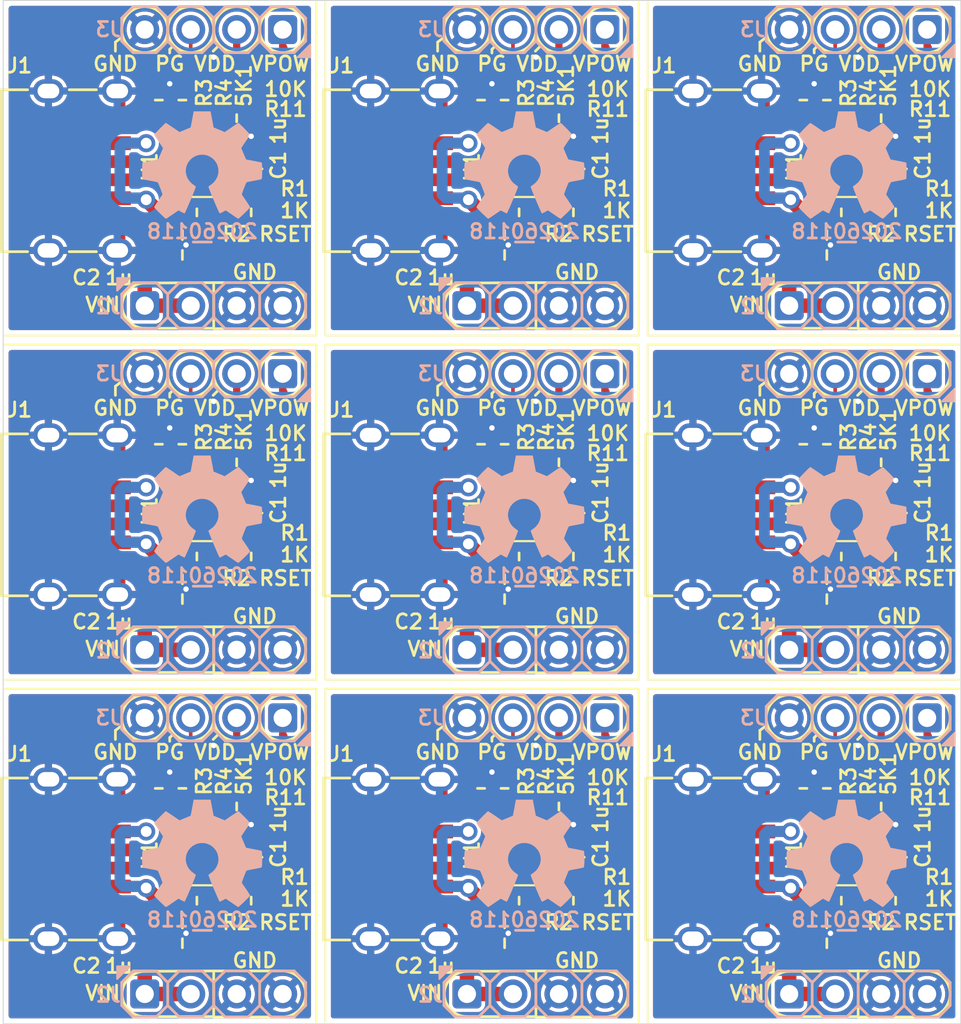
<source format=kicad_pcb>
(kicad_pcb (version 20241229) (generator "pcbnew") (generator_version "9.0")
  (layers (0 "F.Cu" mixed) (2 "B.Cu" mixed) (13 "F.Paste" user) (15 "B.Paste" user) (5 "F.SilkS" user "F.Silkscreen") (7 "B.SilkS" user "B.Silkscreen") (1 "F.Mask" user) (3 "B.Mask" user) (25 "Edge.Cuts" user))
  (net 0 "")
  (net 1 "GND")
  (net 2 "/VDD")
  (net 3 "/VPOW")
  (net 4 "/PG")
  (net 5 "/VIN")
  (net 6 "/CC2")
  (net 7 "/CC1")
  (net 8 "Net-(U1-CFG)")
  (footprint "SquantorResistor:R_0603_hand" (layer "F.Cu") (at 29.9 44.5 90)
    (property "Reference" "R4")
    (property "Value" "5K1")
  )
  (footprint "SquantorResistor:R_0603_hand" (layer "F.Cu") (at 64.2 25.5 90)
    (property "Reference" "R3")
    (property "Value" "5K1")
  )
  (footprint "SquantorResistor:R_0603_hand" (layer "F.Cu") (at 69.3 69.7 180)
    (property "Reference" "R1")
    (property "Value" "1K")
  )
  (footprint "SquantorIC:SOT23-6-HAND" (layer "F.Cu") (at 30.7 67.25 180)
    (property "Reference" "U1")
    (property "Value" "CH221K")
  )
  (footprint "SquantorCapacitor:C_1206_0805" (layer "F.Cu") (at 47.7 71.5)
    (property "Reference" "C2")
    (property "Value" "1u")
  )
  (footprint "SquantorResistor:R_0603_hand" (layer "F.Cu") (at 69.3 31.7 180)
    (property "Reference" "R1")
    (property "Value" "1K")
  )
  (footprint "SquantorCapacitor:C_1206_0805" (layer "F.Cu") (at 65.5 71.5)
    (property "Reference" "C2")
    (property "Value" "1u")
  )
  (footprint "SquantorCapacitor:C_0805+0603" (layer "F.Cu") (at 33.7 29.3 -90)
    (property "Reference" "C1")
    (property "Value" "1u")
  )
  (footprint "SquantorResistor:R_0603_hand" (layer "F.Cu") (at 65.5 63.5 90)
    (property "Reference" "R4")
    (property "Value" "5K1")
  )
  (footprint "SquantorResistor:R_0603_hand" (layer "F.Cu") (at 29.9 25.5 90)
    (property "Reference" "R4")
    (property "Value" "5K1")
  )
  (footprint "SquantorCapacitor:C_0805+0603" (layer "F.Cu") (at 69.3 67.3 -90)
    (property "Reference" "C1")
    (property "Value" "1u")
  )
  (footprint "SquantorResistor:R_0603_hand" (layer "F.Cu") (at 48.5 31.7)
    (property "Reference" "R2")
    (property "Value" "RSET")
  )
  (footprint "SquantorCapacitor:C_1206_0805" (layer "F.Cu") (at 47.7 52.5)
    (property "Reference" "C2")
    (property "Value" "1u")
  )
  (footprint "SquantorUsb:USB-C-HRO-31-M-17_aisler" (layer "F.Cu") (at 44.25 67.4 -90)
    (property "Reference" "J1")
    (property "Value" "USB-C_PD")
  )
  (footprint "SquantorCapacitor:C_0805+0603" (layer "F.Cu") (at 51.5 67.3 -90)
    (property "Reference" "C1")
    (property "Value" "1u")
  )
  (footprint "SquantorResistor:R_0603_hand" (layer "F.Cu") (at 47.7 44.5 90)
    (property "Reference" "R4")
    (property "Value" "5K1")
  )
  (footprint "SquantorResistor:R_0603_hand" (layer "F.Cu") (at 32.9 45.5 180)
    (property "Reference" "R11")
    (property "Value" "10K")
  )
  (footprint "SquantorResistor:R_0603_hand" (layer "F.Cu") (at 29.9 63.5 90)
    (property "Reference" "R4")
    (property "Value" "5K1")
  )
  (footprint "SquantorResistor:R_0603_hand" (layer "F.Cu") (at 66.3 31.7)
    (property "Reference" "R2")
    (property "Value" "RSET")
  )
  (footprint "SquantorIC:SOT23-6-HAND" (layer "F.Cu") (at 66.3 29.25 180)
    (property "Reference" "U1")
    (property "Value" "CH221K")
  )
  (footprint "SquantorResistor:R_0603_hand" (layer "F.Cu") (at 50.7 26.5 180)
    (property "Reference" "R11")
    (property "Value" "10K")
  )
  (footprint "SquantorCapacitor:C_0805+0603" (layer "F.Cu") (at 33.7 48.3 -90)
    (property "Reference" "C1")
    (property "Value" "1u")
  )
  (footprint "SquantorResistor:R_0603_hand" (layer "F.Cu") (at 50.7 64.5 180)
    (property "Reference" "R11")
    (property "Value" "10K")
  )
  (footprint "SquantorResistor:R_0603_hand" (layer "F.Cu") (at 46.4 44.5 90)
    (property "Reference" "R3")
    (property "Value" "5K1")
  )
  (footprint "SquantorIC:SOT23-6-HAND" (layer "F.Cu") (at 48.5 48.25 180)
    (property "Reference" "U1")
    (property "Value" "CH221K")
  )
  (footprint "SquantorCapacitor:C_0805+0603" (layer "F.Cu") (at 33.7 67.3 -90)
    (property "Reference" "C1")
    (property "Value" "1u")
  )
  (footprint "SquantorResistor:R_0603_hand" (layer "F.Cu") (at 28.6 44.5 90)
    (property "Reference" "R3")
    (property "Value" "5K1")
  )
  (footprint "SquantorCapacitor:C_0805+0603" (layer "F.Cu") (at 51.5 29.3 -90)
    (property "Reference" "C1")
    (property "Value" "1u")
  )
  (footprint "SquantorUsb:USB-C-HRO-31-M-17_aisler" (layer "F.Cu") (at 26.45 67.4 -90)
    (property "Reference" "J1")
    (property "Value" "USB-C_PD")
  )
  (footprint "SquantorResistor:R_0603_hand" (layer "F.Cu") (at 28.6 25.5 90)
    (property "Reference" "R3")
    (property "Value" "5K1")
  )
  (footprint "SquantorCapacitor:C_1206_0805" (layer "F.Cu") (at 29.9 33.5)
    (property "Reference" "C2")
    (property "Value" "1u")
  )
  (footprint "SquantorResistor:R_0603_hand" (layer "F.Cu") (at 30.7 50.7)
    (property "Reference" "R2")
    (property "Value" "RSET")
  )
  (footprint "SquantorResistor:R_0603_hand" (layer "F.Cu") (at 65.5 44.5 90)
    (property "Reference" "R4")
    (property "Value" "5K1")
  )
  (footprint "SquantorCapacitor:C_1206_0805" (layer "F.Cu") (at 29.9 71.5)
    (property "Reference" "C2")
    (property "Value" "1u")
  )
  (footprint "SquantorResistor:R_0603_hand" (layer "F.Cu") (at 30.7 69.7)
    (property "Reference" "R2")
    (property "Value" "RSET")
  )
  (footprint "SquantorResistor:R_0603_hand" (layer "F.Cu") (at 33.7 50.7 180)
    (property "Reference" "R1")
    (property "Value" "1K")
  )
  (footprint "SquantorCapacitor:C_0805+0603" (layer "F.Cu") (at 51.5 48.3 -90)
    (property "Reference" "C1")
    (property "Value" "1u")
  )
  (footprint "SquantorResistor:R_0603_hand" (layer "F.Cu") (at 48.5 69.7)
    (property "Reference" "R2")
    (property "Value" "RSET")
  )
  (footprint "SquantorResistor:R_0603_hand" (layer "F.Cu") (at 32.9 64.5 180)
    (property "Reference" "R11")
    (property "Value" "10K")
  )
  (footprint "SquantorResistor:R_0603_hand" (layer "F.Cu") (at 46.4 25.5 90)
    (property "Reference" "R3")
    (property "Value" "5K1")
  )
  (footprint "SquantorUsb:USB-C-HRO-31-M-17_aisler" (layer "F.Cu") (at 26.45 48.4 -90)
    (property "Reference" "J1")
    (property "Value" "USB-C_PD")
  )
  (footprint "SquantorResistor:R_0603_hand" (layer "F.Cu") (at 47.7 63.5 90)
    (property "Reference" "R4")
    (property "Value" "5K1")
  )
  (footprint "SquantorResistor:R_0603_hand" (layer "F.Cu") (at 51.5 69.7 180)
    (property "Reference" "R1")
    (property "Value" "1K")
  )
  (footprint "SquantorResistor:R_0603_hand" (layer "F.Cu") (at 51.5 50.7 180)
    (property "Reference" "R1")
    (property "Value" "1K")
  )
  (footprint "SquantorResistor:R_0603_hand" (layer "F.Cu") (at 66.3 69.7)
    (property "Reference" "R2")
    (property "Value" "RSET")
  )
  (footprint "SquantorUsb:USB-C-HRO-31-M-17_aisler" (layer "F.Cu") (at 26.45 29.4 -90)
    (property "Reference" "J1")
    (property "Value" "USB-C_PD")
  )
  (footprint "SquantorResistor:R_0603_hand" (layer "F.Cu") (at 51.5 31.7 180)
    (property "Reference" "R1")
    (property "Value" "1K")
  )
  (footprint "SquantorUsb:USB-C-HRO-31-M-17_aisler" (layer "F.Cu") (at 44.25 29.4 -90)
    (property "Reference" "J1")
    (property "Value" "USB-C_PD")
  )
  (footprint "SquantorResistor:R_0603_hand" (layer "F.Cu") (at 68.5 26.5 180)
    (property "Reference" "R11")
    (property "Value" "10K")
  )
  (footprint "SquantorResistor:R_0603_hand" (layer "F.Cu") (at 69.3 50.7 180)
    (property "Reference" "R1")
    (property "Value" "1K")
  )
  (footprint "SquantorCapacitor:C_1206_0805" (layer "F.Cu") (at 65.5 33.5)
    (property "Reference" "C2")
    (property "Value" "1u")
  )
  (footprint "SquantorResistor:R_0603_hand" (layer "F.Cu") (at 64.2 63.5 90)
    (property "Reference" "R3")
    (property "Value" "5K1")
  )
  (footprint "SquantorResistor:R_0603_hand" (layer "F.Cu") (at 47.7 25.5 90)
    (property "Reference" "R4")
    (property "Value" "5K1")
  )
  (footprint "SquantorCapacitor:C_1206_0805" (layer "F.Cu") (at 29.9 52.5)
    (property "Reference" "C2")
    (property "Value" "1u")
  )
  (footprint "SquantorResistor:R_0603_hand" (layer "F.Cu") (at 33.7 69.7 180)
    (property "Reference" "R1")
    (property "Value" "1K")
  )
  (footprint "SquantorUsb:USB-C-HRO-31-M-17_aisler" (layer "F.Cu") (at 62.05 48.4 -90)
    (property "Reference" "J1")
    (property "Value" "USB-C_PD")
  )
  (footprint "SquantorCapacitor:C_0805+0603" (layer "F.Cu") (at 69.3 29.3 -90)
    (property "Reference" "C1")
    (property "Value" "1u")
  )
  (footprint "SquantorUsb:USB-C-HRO-31-M-17_aisler" (layer "F.Cu") (at 44.25 48.4 -90)
    (property "Reference" "J1")
    (property "Value" "USB-C_PD")
  )
  (footprint "SquantorResistor:R_0603_hand" (layer "F.Cu") (at 50.7 45.5 180)
    (property "Reference" "R11")
    (property "Value" "10K")
  )
  (footprint "SquantorResistor:R_0603_hand" (layer "F.Cu") (at 64.2 44.5 90)
    (property "Reference" "R3")
    (property "Value" "5K1")
  )
  (footprint "SquantorUsb:USB-C-HRO-31-M-17_aisler" (layer "F.Cu") (at 62.05 29.4 -90)
    (property "Reference" "J1")
    (property "Value" "USB-C_PD")
  )
  (footprint "SquantorCapacitor:C_1206_0805" (layer "F.Cu") (at 65.5 52.5)
    (property "Reference" "C2")
    (property "Value" "1u")
  )
  (footprint "SquantorCapacitor:C_1206_0805" (layer "F.Cu") (at 47.7 33.5)
    (property "Reference" "C2")
    (property "Value" "1u")
  )
  (footprint "SquantorResistor:R_0603_hand" (layer "F.Cu") (at 48.5 50.7)
    (property "Reference" "R2")
    (property "Value" "RSET")
  )
  (footprint "SquantorIC:SOT23-6-HAND" (layer "F.Cu") (at 48.5 29.25 180)
    (property "Reference" "U1")
    (property "Value" "CH221K")
  )
  (footprint "SquantorIC:SOT23-6-HAND" (layer "F.Cu") (at 66.3 48.25 180)
    (property "Reference" "U1")
    (property "Value" "CH221K")
  )
  (footprint "SquantorResistor:R_0603_hand" (layer "F.Cu") (at 68.5 64.5 180)
    (property "Reference" "R11")
    (property "Value" "10K")
  )
  (footprint "SquantorResistor:R_0603_hand" (layer "F.Cu") (at 65.5 25.5 90)
    (property "Reference" "R4")
    (property "Value" "5K1")
  )
  (footprint "SquantorIC:SOT23-6-HAND" (layer "F.Cu") (at 66.3 67.25 180)
    (property "Reference" "U1")
    (property "Value" "CH221K")
  )
  (footprint "SquantorIC:SOT23-6-HAND" (layer "F.Cu") (at 30.7 29.25 180)
    (property "Reference" "U1")
    (property "Value" "CH221K")
  )
  (footprint "SquantorResistor:R_0603_hand" (layer "F.Cu") (at 28.6 63.5 90)
    (property "Reference" "R3")
    (property "Value" "5K1")
  )
  (footprint "SquantorResistor:R_0603_hand" (layer "F.Cu") (at 66.3 50.7)
    (property "Reference" "R2")
    (property "Value" "RSET")
  )
  (footprint "SquantorResistor:R_0603_hand" (layer "F.Cu") (at 33.7 31.7 180)
    (property "Reference" "R1")
    (property "Value" "1K")
  )
  (footprint "SquantorResistor:R_0603_hand" (layer "F.Cu") (at 46.4 63.5 90)
    (property "Reference" "R3")
    (property "Value" "5K1")
  )
  (footprint "SquantorIC:SOT23-6-HAND" (layer "F.Cu") (at 30.7 48.25 180)
    (property "Reference" "U1")
    (property "Value" "CH221K")
  )
  (footprint "SquantorResistor:R_0603_hand" (layer "F.Cu") (at 30.7 31.7)
    (property "Reference" "R2")
    (property "Value" "RSET")
  )
  (footprint "SquantorResistor:R_0603_hand" (layer "F.Cu") (at 32.9 26.5 180)
    (property "Reference" "R11")
    (property "Value" "10K")
  )
  (footprint "SquantorCapacitor:C_0805+0603" (layer "F.Cu") (at 69.3 48.3 -90)
    (property "Reference" "C1")
    (property "Value" "1u")
  )
  (footprint "SquantorUsb:USB-C-HRO-31-M-17_aisler" (layer "F.Cu") (at 62.05 67.4 -90)
    (property "Reference" "J1")
    (property "Value" "USB-C_PD")
  )
  (footprint "SquantorResistor:R_0603_hand" (layer "F.Cu") (at 68.5 45.5 180)
    (property "Reference" "R11")
    (property "Value" "10K")
  )
  (footprint "SquantorIC:SOT23-6-HAND" (layer "F.Cu") (at 48.5 67.25 180)
    (property "Reference" "U1")
    (property "Value" "CH221K")
  )
  (footprint "SquantorLabels:Label_Generic" (layer "B.Cu") (at 31 32.7375 180)
    (property "Reference" "N1" (hide yes))
    (property "Value" "20260118")
  )
  (footprint "Symbol:OSHW-Symbol_6.7x6mm_SilkScreen" (layer "B.Cu") (at 31 29.1 180)
    (property "Reference" "N2" (hide yes))
    (property "Value" "OHWLOGO" (hide yes))
  )
  (footprint "SquantorLabels:Label_Generic" (layer "B.Cu") (at 48.8 32.7375 180)
    (property "Reference" "N1" (hide yes))
    (property "Value" "20260118")
  )
  (footprint "SquantorConnectors:Header-0254-1X04-H010" (layer "B.Cu") (at 67.23 55.85)
    (property "Reference" "J2")
    (property "Value" "Conn_01x04")
  )
  (footprint "SquantorLabels:Label_Generic" (layer "B.Cu") (at 66.6 32.7375 180)
    (property "Reference" "N1" (hide yes))
    (property "Value" "20260118")
  )
  (footprint "SquantorConnectors:Header-0254-1X04-H010" (layer "B.Cu") (at 67.23 59.61 180)
    (property "Reference" "J3")
    (property "Value" "Conn_01x04")
  )
  (footprint "Symbol:OSHW-Symbol_6.7x6mm_SilkScreen" (layer "B.Cu") (at 66.6 48.1 180)
    (property "Reference" "N2" (hide yes))
    (property "Value" "OHWLOGO" (hide yes))
  )
  (footprint "SquantorConnectors:Header-0254-1X04-H010" (layer "B.Cu") (at 31.63 36.85)
    (property "Reference" "J2")
    (property "Value" "Conn_01x04")
  )
  (footprint "SquantorConnectors:Header-0254-1X04-H010" (layer "B.Cu") (at 67.23 74.85)
    (property "Reference" "J2")
    (property "Value" "Conn_01x04")
  )
  (footprint "SquantorConnectors:Header-0254-1X04-H010" (layer "B.Cu") (at 49.43 21.61 180)
    (property "Reference" "J3")
    (property "Value" "Conn_01x04")
  )
  (footprint "SquantorConnectors:Header-0254-1X04-H010" (layer "B.Cu") (at 49.43 36.85)
    (property "Reference" "J2")
    (property "Value" "Conn_01x04")
  )
  (footprint "SquantorLabels:Label_Generic" (layer "B.Cu") (at 48.8 51.7375 180)
    (property "Reference" "N1" (hide yes))
    (property "Value" "20260118")
  )
  (footprint "SquantorConnectors:Header-0254-1X04-H010" (layer "B.Cu") (at 49.43 40.61 180)
    (property "Reference" "J3")
    (property "Value" "Conn_01x04")
  )
  (footprint "SquantorLabels:Label_Generic" (layer "B.Cu") (at 31 51.7375 180)
    (property "Reference" "N1" (hide yes))
    (property "Value" "20260118")
  )
  (footprint "SquantorLabels:Label_Generic" (layer "B.Cu") (at 66.6 51.7375 180)
    (property "Reference" "N1" (hide yes))
    (property "Value" "20260118")
  )
  (footprint "SquantorConnectors:Header-0254-1X04-H010" (layer "B.Cu") (at 49.43 74.85)
    (property "Reference" "J2")
    (property "Value" "Conn_01x04")
  )
  (footprint "Symbol:OSHW-Symbol_6.7x6mm_SilkScreen" (layer "B.Cu") (at 48.8 29.1 180)
    (property "Reference" "N2" (hide yes))
    (property "Value" "OHWLOGO" (hide yes))
  )
  (footprint "SquantorConnectors:Header-0254-1X04-H010" (layer "B.Cu") (at 67.23 21.61 180)
    (property "Reference" "J3")
    (property "Value" "Conn_01x04")
  )
  (footprint "SquantorConnectors:Header-0254-1X04-H010" (layer "B.Cu") (at 49.43 59.61 180)
    (property "Reference" "J3")
    (property "Value" "Conn_01x04")
  )
  (footprint "Symbol:OSHW-Symbol_6.7x6mm_SilkScreen" (layer "B.Cu") (at 48.8 48.1 180)
    (property "Reference" "N2" (hide yes))
    (property "Value" "OHWLOGO" (hide yes))
  )
  (footprint "SquantorConnectors:Header-0254-1X04-H010" (layer "B.Cu") (at 67.23 36.85)
    (property "Reference" "J2")
    (property "Value" "Conn_01x04")
  )
  (footprint "Symbol:OSHW-Symbol_6.7x6mm_SilkScreen" (layer "B.Cu") (at 66.6 29.1 180)
    (property "Reference" "N2" (hide yes))
    (property "Value" "OHWLOGO" (hide yes))
  )
  (footprint "Symbol:OSHW-Symbol_6.7x6mm_SilkScreen" (layer "B.Cu") (at 48.8 67.1 180)
    (property "Reference" "N2" (hide yes))
    (property "Value" "OHWLOGO" (hide yes))
  )
  (footprint "SquantorConnectors:Header-0254-1X04-H010" (layer "B.Cu") (at 31.63 55.85)
    (property "Reference" "J2")
    (property "Value" "Conn_01x04")
  )
  (footprint "SquantorConnectors:Header-0254-1X04-H010" (layer "B.Cu") (at 31.63 74.85)
    (property "Reference" "J2")
    (property "Value" "Conn_01x04")
  )
  (footprint "SquantorLabels:Label_Generic" (layer "B.Cu") (at 48.8 70.7375 180)
    (property "Reference" "N1" (hide yes))
    (property "Value" "20260118")
  )
  (footprint "SquantorConnectors:Header-0254-1X04-H010" (layer "B.Cu") (at 31.63 59.61 180)
    (property "Reference" "J3")
    (property "Value" "Conn_01x04")
  )
  (footprint "SquantorLabels:Label_Generic" (layer "B.Cu") (at 31 70.7375 180)
    (property "Reference" "N1" (hide yes))
    (property "Value" "20260118")
  )
  (footprint "SquantorConnectors:Header-0254-1X04-H010" (layer "B.Cu") (at 67.23 40.61 180)
    (property "Reference" "J3")
    (property "Value" "Conn_01x04")
  )
  (footprint "SquantorLabels:Label_Generic" (layer "B.Cu") (at 66.6 70.7375 180)
    (property "Reference" "N1" (hide yes))
    (property "Value" "20260118")
  )
  (footprint "SquantorConnectors:Header-0254-1X04-H010" (layer "B.Cu") (at 49.43 55.85)
    (property "Reference" "J2")
    (property "Value" "Conn_01x04")
  )
  (footprint "SquantorConnectors:Header-0254-1X04-H010" (layer "B.Cu") (at 31.63 40.61 180)
    (property "Reference" "J3")
    (property "Value" "Conn_01x04")
  )
  (footprint "Symbol:OSHW-Symbol_6.7x6mm_SilkScreen" (layer "B.Cu") (at 66.6 67.1 180)
    (property "Reference" "N2" (hide yes))
    (property "Value" "OHWLOGO" (hide yes))
  )
  (footprint "Symbol:OSHW-Symbol_6.7x6mm_SilkScreen" (layer "B.Cu") (at 31 67.1 180)
    (property "Reference" "N2" (hide yes))
    (property "Value" "OHWLOGO" (hide yes))
  )
  (footprint "Symbol:OSHW-Symbol_6.7x6mm_SilkScreen" (layer "B.Cu") (at 31 48.1 180)
    (property "Reference" "N2" (hide yes))
    (property "Value" "OHWLOGO" (hide yes))
  )
  (footprint "SquantorConnectors:Header-0254-1X04-H010" (layer "B.Cu") (at 31.63 21.61 180)
    (property "Reference" "J3")
    (property "Value" "Conn_01x04")
  )
  (gr_circle (center 35.44 21.61) (end 36.71 21.61) (stroke (width 0.15)) (fill no) (layer "F.SilkS"))
  (gr_arc (start 35.44 54.58) (mid 36.71 55.85) (end 35.44 57.12) (stroke (width 0.15)) (layer "F.SilkS"))
  (gr_arc (start 45.62 57.10016) (mid 44.36988 55.86) (end 45.6 54.6) (stroke (width 0.15)) (layer "F.SilkS"))
  (gr_line (start 31.63 54.58) (end 27.8 54.6) (stroke (width 0.15)) (layer "F.SilkS"))
  (gr_line (start 29.2 22.9) (end 29.2 22.7) (stroke (width 0.15)) (layer "F.SilkS"))
  (gr_line (start 67.23 73.58) (end 63.4 73.6) (stroke (width 0.15)) (layer "F.SilkS"))
  (gr_line (start 72.8 58) (end 55.6 58) (stroke (width 0.1)) (layer "F.SilkS"))
  (gr_line (start 49.43 35.58) (end 45.6 35.6) (stroke (width 0.15)) (layer "F.SilkS"))
  (gr_arc (start 53.24 54.58) (mid 54.51 55.85) (end 53.24 57.12) (stroke (width 0.15)) (layer "F.SilkS"))
  (gr_line (start 29.2 60.9) (end 29.2 60.7) (stroke (width 0.15)) (layer "F.SilkS"))
  (gr_line (start 45.62 76.10016) (end 49.43 76.10016) (stroke (width 0.15)) (layer "F.SilkS"))
  (gr_arc (start 71.04 35.58) (mid 72.31 36.85) (end 71.04 38.12) (stroke (width 0.15)) (layer "F.SilkS"))
  (gr_line (start 29.2 41.9) (end 29.2 41.7) (stroke (width 0.15)) (layer "F.SilkS"))
  (gr_line (start 44 41.8) (end 44 41.3) (stroke (width 0.15)) (layer "F.SilkS"))
  (gr_arc (start 45.62 38.10016) (mid 44.36988 36.86) (end 45.6 35.6) (stroke (width 0.15)) (layer "F.SilkS"))
  (gr_line (start 26.2 41.3) (end 26.6 41) (stroke (width 0.15)) (layer "F.SilkS"))
  (gr_circle (center 53.24 40.61) (end 54.51 40.61) (stroke (width 0.15)) (fill no) (layer "F.SilkS"))
  (gr_line (start 55.1 58) (end 37.8 58) (stroke (width 0.1)) (layer "F.SilkS"))
  (gr_line (start 49.43 35.58) (end 49.43 38.12) (stroke (width 0.15)) (layer "F.SilkS"))
  (gr_line (start 37.8 57.5) (end 55.1 57.5) (stroke (width 0.1)) (layer "F.SilkS"))
  (gr_line (start 27.82 38.10016) (end 31.63 38.10016) (stroke (width 0.15)) (layer "F.SilkS"))
  (gr_line (start 71.04 57.12) (end 67.23 57.12) (stroke (width 0.15)) (layer "F.SilkS"))
  (gr_line (start 20.1 57.5) (end 37.3 57.5) (stroke (width 0.1)) (layer "F.SilkS"))
  (gr_circle (center 32.9 59.61) (end 34.17 59.61) (stroke (width 0.15)) (fill no) (layer "F.SilkS"))
  (gr_line (start 61.8 60.3) (end 62.2 60) (stroke (width 0.15)) (layer "F.SilkS"))
  (gr_line (start 55.1 38.5) (end 55.1 20.1) (stroke (width 0.1)) (layer "F.SilkS"))
  (gr_line (start 67.23 35.58) (end 67.23 38.12) (stroke (width 0.15)) (layer "F.SilkS"))
  (gr_line (start 35.44 76.12) (end 31.63 76.12) (stroke (width 0.15)) (layer "F.SilkS"))
  (gr_arc (start 53.24 73.58) (mid 54.51 74.85) (end 53.24 76.12) (stroke (width 0.15)) (layer "F.SilkS"))
  (gr_line (start 31.63 54.58) (end 31.63 57.12) (stroke (width 0.15)) (layer "F.SilkS"))
  (gr_circle (center 30.36 59.61) (end 31.63 59.61) (stroke (width 0.15)) (fill no) (layer "F.SilkS"))
  (gr_line (start 64.8 60.7) (end 65 60.5) (stroke (width 0.15)) (layer "F.SilkS"))
  (gr_circle (center 63.42 40.61) (end 64.69 40.61) (stroke (width 0.15)) (fill no) (layer "F.SilkS"))
  (gr_line (start 61.8 22.3) (end 62.2 22) (stroke (width 0.15)) (layer "F.SilkS"))
  (gr_line (start 45.62 38.10016) (end 49.43 38.10016) (stroke (width 0.15)) (layer "F.SilkS"))
  (gr_line (start 44 60.8) (end 44 60.3) (stroke (width 0.15)) (layer "F.SilkS"))
  (gr_line (start 53.24 57.12) (end 49.43 57.12) (stroke (width 0.15)) (layer "F.SilkS"))
  (gr_line (start 37.8 20.1) (end 37.8 38.5) (stroke (width 0.1)) (layer "F.SilkS"))
  (gr_arc (start 71.04 73.58) (mid 72.31 74.85) (end 71.04 76.12) (stroke (width 0.15)) (layer "F.SilkS"))
  (gr_arc (start 27.82 76.10016) (mid 26.56988 74.86) (end 27.8 73.6) (stroke (width 0.15)) (layer "F.SilkS"))
  (gr_line (start 49.4 22.8) (end 49.7 22.5) (stroke (width 0.15)) (layer "F.SilkS"))
  (gr_line (start 53.24 35.58) (end 49.43 35.58) (stroke (width 0.15)) (layer "F.SilkS"))
  (gr_line (start 29.2 22.7) (end 29.4 22.5) (stroke (width 0.15)) (layer "F.SilkS"))
  (gr_line (start 49.43 73.58) (end 45.6 73.6) (stroke (width 0.15)) (layer "F.SilkS"))
  (gr_circle (center 71.04 59.61) (end 72.31 59.61) (stroke (width 0.15)) (fill no) (layer "F.SilkS"))
  (gr_arc (start 27.82 38.10016) (mid 26.56988 36.86) (end 27.8 35.6) (stroke (width 0.15)) (layer "F.SilkS"))
  (gr_line (start 64.8 22.7) (end 65 22.5) (stroke (width 0.15)) (layer "F.SilkS"))
  (gr_line (start 67.2 60.8) (end 67.5 60.5) (stroke (width 0.15)) (layer "F.SilkS"))
  (gr_line (start 67.23 54.58) (end 67.23 57.12) (stroke (width 0.15)) (layer "F.SilkS"))
  (gr_line (start 55.6 58) (end 55.6 76.4) (stroke (width 0.1)) (layer "F.SilkS"))
  (gr_line (start 47 60.9) (end 47 60.7) (stroke (width 0.15)) (layer "F.SilkS"))
  (gr_line (start 44 22.8) (end 44 22.3) (stroke (width 0.15)) (layer "F.SilkS"))
  (gr_line (start 37.8 39) (end 37.8 57.5) (stroke (width 0.1)) (layer "F.SilkS"))
  (gr_line (start 55.6 20.1) (end 55.6 38.5) (stroke (width 0.1)) (layer "F.SilkS"))
  (gr_line (start 26.2 41.8) (end 26.2 41.3) (stroke (width 0.15)) (layer "F.SilkS"))
  (gr_circle (center 71.04 40.61) (end 72.31 40.61) (stroke (width 0.15)) (fill no) (layer "F.SilkS"))
  (gr_arc (start 35.44 73.58) (mid 36.71 74.85) (end 35.44 76.12) (stroke (width 0.15)) (layer "F.SilkS"))
  (gr_line (start 53.24 38.12) (end 49.43 38.12) (stroke (width 0.15)) (layer "F.SilkS"))
  (gr_line (start 67.23 35.58) (end 63.4 35.6) (stroke (width 0.15)) (layer "F.SilkS"))
  (gr_line (start 37.8 38.5) (end 55.1 38.5) (stroke (width 0.1)) (layer "F.SilkS"))
  (gr_line (start 31.6 41.8) (end 31.9 41.5) (stroke (width 0.15)) (layer "F.SilkS"))
  (gr_line (start 20.1 38.5) (end 37.3 38.5) (stroke (width 0.1)) (layer "F.SilkS"))
  (gr_arc (start 35.44 35.58) (mid 36.71 36.85) (end 35.44 38.12) (stroke (width 0.15)) (layer "F.SilkS"))
  (gr_line (start 37.3 39) (end 20.1 39) (stroke (width 0.1)) (layer "F.SilkS"))
  (gr_line (start 67.2 41.8) (end 67.5 41.5) (stroke (width 0.15)) (layer "F.SilkS"))
  (gr_line (start 31.6 22.8) (end 31.9 22.5) (stroke (width 0.15)) (layer "F.SilkS"))
  (gr_line (start 55.6 57.5) (end 72.8 57.5) (stroke (width 0.1)) (layer "F.SilkS"))
  (gr_line (start 63.42 38.10016) (end 67.23 38.10016) (stroke (width 0.15)) (layer "F.SilkS"))
  (gr_line (start 31.63 73.58) (end 31.63 76.12) (stroke (width 0.15)) (layer "F.SilkS"))
  (gr_circle (center 45.62 59.61) (end 46.89 59.61) (stroke (width 0.15)) (fill no) (layer "F.SilkS"))
  (gr_line (start 67.2 22.8) (end 67.5 22.5) (stroke (width 0.15)) (layer "F.SilkS"))
  (gr_line (start 61.8 60.8) (end 61.8 60.3) (stroke (width 0.15)) (layer "F.SilkS"))
  (gr_line (start 67.23 54.58) (end 63.4 54.6) (stroke (width 0.15)) (layer "F.SilkS"))
  (gr_line (start 49.4 41.8) (end 49.7 41.5) (stroke (width 0.15)) (layer "F.SilkS"))
  (gr_line (start 31.63 35.58) (end 31.63 38.12) (stroke (width 0.15)) (layer "F.SilkS"))
  (gr_line (start 63.42 76.10016) (end 67.23 76.10016) (stroke (width 0.15)) (layer "F.SilkS"))
  (gr_line (start 61.8 41.8) (end 61.8 41.3) (stroke (width 0.15)) (layer "F.SilkS"))
  (gr_line (start 49.43 54.58) (end 45.6 54.6) (stroke (width 0.15)) (layer "F.SilkS"))
  (gr_line (start 55.1 57.5) (end 55.1 39) (stroke (width 0.1)) (layer "F.SilkS"))
  (gr_line (start 49.43 54.58) (end 49.43 57.12) (stroke (width 0.15)) (layer "F.SilkS"))
  (gr_line (start 37.3 58) (end 20.1 58) (stroke (width 0.1)) (layer "F.SilkS"))
  (gr_line (start 63.42 57.10016) (end 67.23 57.10016) (stroke (width 0.15)) (layer "F.SilkS"))
  (gr_arc (start 63.42 76.10016) (mid 62.16988 74.86) (end 63.4 73.6) (stroke (width 0.15)) (layer "F.SilkS"))
  (gr_line (start 49.43 73.58) (end 49.43 76.12) (stroke (width 0.15)) (layer "F.SilkS"))
  (gr_line (start 31.63 35.58) (end 27.8 35.6) (stroke (width 0.15)) (layer "F.SilkS"))
  (gr_line (start 29.2 41.7) (end 29.4 41.5) (stroke (width 0.15)) (layer "F.SilkS"))
  (gr_circle (center 27.82 21.61) (end 29.09 21.61) (stroke (width 0.15)) (fill no) (layer "F.SilkS"))
  (gr_line (start 64.8 41.7) (end 65 41.5) (stroke (width 0.15)) (layer "F.SilkS"))
  (gr_circle (center 65.96 40.61) (end 67.23 40.61) (stroke (width 0.15)) (fill no) (layer "F.SilkS"))
  (gr_line (start 37.8 58) (end 37.8 76.4) (stroke (width 0.1)) (layer "F.SilkS"))
  (gr_line (start 35.44 73.58) (end 31.63 73.58) (stroke (width 0.15)) (layer "F.SilkS"))
  (gr_line (start 35.44 35.58) (end 31.63 35.58) (stroke (width 0.15)) (layer "F.SilkS"))
  (gr_line (start 45.62 57.10016) (end 49.43 57.10016) (stroke (width 0.15)) (layer "F.SilkS"))
  (gr_line (start 53.24 54.58) (end 49.43 54.58) (stroke (width 0.15)) (layer "F.SilkS"))
  (gr_line (start 26.2 60.3) (end 26.6 60) (stroke (width 0.15)) (layer "F.SilkS"))
  (gr_line (start 55.1 39) (end 37.8 39) (stroke (width 0.1)) (layer "F.SilkS"))
  (gr_circle (center 68.5 21.61) (end 69.77 21.61) (stroke (width 0.15)) (fill no) (layer "F.SilkS"))
  (gr_circle (center 45.62 40.61) (end 46.89 40.61) (stroke (width 0.15)) (fill no) (layer "F.SilkS"))
  (gr_line (start 64.8 60.9) (end 64.8 60.7) (stroke (width 0.15)) (layer "F.SilkS"))
  (gr_line (start 55.1 76.4) (end 55.1 58) (stroke (width 0.1)) (layer "F.SilkS"))
  (gr_circle (center 48.16 59.61) (end 49.43 59.61) (stroke (width 0.15)) (fill no) (layer "F.SilkS"))
  (gr_line (start 35.44 57.12) (end 31.63 57.12) (stroke (width 0.15)) (layer "F.SilkS"))
  (gr_line (start 35.44 54.58) (end 31.63 54.58) (stroke (width 0.15)) (layer "F.SilkS"))
  (gr_line (start 61.8 22.8) (end 61.8 22.3) (stroke (width 0.15)) (layer "F.SilkS"))
  (gr_line (start 71.04 35.58) (end 67.23 35.58) (stroke (width 0.15)) (layer "F.SilkS"))
  (gr_line (start 35.44 38.12) (end 31.63 38.12) (stroke (width 0.15)) (layer "F.SilkS"))
  (gr_circle (center 32.9 40.61) (end 34.17 40.61) (stroke (width 0.15)) (fill no) (layer "F.SilkS"))
  (gr_arc (start 27.82 57.10016) (mid 26.56988 55.86) (end 27.8 54.6) (stroke (width 0.15)) (layer "F.SilkS"))
  (gr_circle (center 53.24 59.61) (end 54.51 59.61) (stroke (width 0.15)) (fill no) (layer "F.SilkS"))
  (gr_circle (center 30.36 40.61) (end 31.63 40.61) (stroke (width 0.15)) (fill no) (layer "F.SilkS"))
  (gr_arc (start 63.42 57.10016) (mid 62.16988 55.86) (end 63.4 54.6) (stroke (width 0.15)) (layer "F.SilkS"))
  (gr_line (start 47 41.9) (end 47 41.7) (stroke (width 0.15)) (layer "F.SilkS"))
  (gr_arc (start 45.62 76.10016) (mid 44.36988 74.86) (end 45.6 73.6) (stroke (width 0.15)) (layer "F.SilkS"))
  (gr_line (start 71.04 38.12) (end 67.23 38.12) (stroke (width 0.15)) (layer "F.SilkS"))
  (gr_circle (center 63.42 21.61) (end 64.69 21.61) (stroke (width 0.15)) (fill no) (layer "F.SilkS"))
  (gr_line (start 49.4 60.8) (end 49.7 60.5) (stroke (width 0.15)) (layer "F.SilkS"))
  (gr_line (start 47 22.7) (end 47.2 22.5) (stroke (width 0.15)) (layer "F.SilkS"))
  (gr_line (start 72.8 39) (end 55.6 39) (stroke (width 0.1)) (layer "F.SilkS"))
  (gr_circle (center 63.42 59.61) (end 64.69 59.61) (stroke (width 0.15)) (fill no) (layer "F.SilkS"))
  (gr_circle (center 50.7 40.61) (end 51.97 40.61) (stroke (width 0.15)) (fill no) (layer "F.SilkS"))
  (gr_circle (center 27.82 59.61) (end 29.09 59.61) (stroke (width 0.15)) (fill no) (layer "F.SilkS"))
  (gr_line (start 71.04 54.58) (end 67.23 54.58) (stroke (width 0.15)) (layer "F.SilkS"))
  (gr_circle (center 53.24 21.61) (end 54.51 21.61) (stroke (width 0.15)) (fill no) (layer "F.SilkS"))
  (gr_circle (center 30.36 21.61) (end 31.63 21.61) (stroke (width 0.15)) (fill no) (layer "F.SilkS"))
  (gr_circle (center 65.96 59.61) (end 67.23 59.61) (stroke (width 0.15)) (fill no) (layer "F.SilkS"))
  (gr_line (start 31.63 73.58) (end 27.8 73.6) (stroke (width 0.15)) (layer "F.SilkS"))
  (gr_line (start 53.24 73.58) (end 49.43 73.58) (stroke (width 0.15)) (layer "F.SilkS"))
  (gr_circle (center 35.44 40.61) (end 36.71 40.61) (stroke (width 0.15)) (fill no) (layer "F.SilkS"))
  (gr_line (start 37.3 57.5) (end 37.3 39) (stroke (width 0.1)) (layer "F.SilkS"))
  (gr_circle (center 27.82 40.61) (end 29.09 40.61) (stroke (width 0.15)) (fill no) (layer "F.SilkS"))
  (gr_line (start 44 41.3) (end 44.4 41) (stroke (width 0.15)) (layer "F.SilkS"))
  (gr_arc (start 63.42 38.10016) (mid 62.16988 36.86) (end 63.4 35.6) (stroke (width 0.15)) (layer "F.SilkS"))
  (gr_circle (center 71.04 21.61) (end 72.31 21.61) (stroke (width 0.15)) (fill no) (layer "F.SilkS"))
  (gr_circle (center 68.5 59.61) (end 69.77 59.61) (stroke (width 0.15)) (fill no) (layer "F.SilkS"))
  (gr_line (start 29.2 60.7) (end 29.4 60.5) (stroke (width 0.15)) (layer "F.SilkS"))
  (gr_line (start 26.2 22.8) (end 26.2 22.3) (stroke (width 0.15)) (layer "F.SilkS"))
  (gr_line (start 44 60.3) (end 44.4 60) (stroke (width 0.15)) (layer "F.SilkS"))
  (gr_line (start 61.8 41.3) (end 62.2 41) (stroke (width 0.15)) (layer "F.SilkS"))
  (gr_line (start 53.24 76.12) (end 49.43 76.12) (stroke (width 0.15)) (layer "F.SilkS"))
  (gr_line (start 64.8 41.9) (end 64.8 41.7) (stroke (width 0.15)) (layer "F.SilkS"))
  (gr_circle (center 32.9 21.61) (end 34.17 21.61) (stroke (width 0.15)) (fill no) (layer "F.SilkS"))
  (gr_circle (center 50.7 21.61) (end 51.97 21.61) (stroke (width 0.15)) (fill no) (layer "F.SilkS"))
  (gr_line (start 67.23 73.58) (end 67.23 76.12) (stroke (width 0.15)) (layer "F.SilkS"))
  (gr_line (start 37.3 38.5) (end 37.3 20.1) (stroke (width 0.1)) (layer "F.SilkS"))
  (gr_arc (start 71.04 54.58) (mid 72.31 55.85) (end 71.04 57.12) (stroke (width 0.15)) (layer "F.SilkS"))
  (gr_circle (center 48.16 21.61) (end 49.43 21.61) (stroke (width 0.15)) (fill no) (layer "F.SilkS"))
  (gr_line (start 71.04 76.12) (end 67.23 76.12) (stroke (width 0.15)) (layer "F.SilkS"))
  (gr_circle (center 35.44 59.61) (end 36.71 59.61) (stroke (width 0.15)) (fill no) (layer "F.SilkS"))
  (gr_line (start 47 41.7) (end 47.2 41.5) (stroke (width 0.15)) (layer "F.SilkS"))
  (gr_line (start 71.04 73.58) (end 67.23 73.58) (stroke (width 0.15)) (layer "F.SilkS"))
  (gr_line (start 37.3 76.4) (end 37.3 58) (stroke (width 0.1)) (layer "F.SilkS"))
  (gr_line (start 27.82 57.10016) (end 31.63 57.10016) (stroke (width 0.15)) (layer "F.SilkS"))
  (gr_line (start 55.6 39) (end 55.6 57.5) (stroke (width 0.1)) (layer "F.SilkS"))
  (gr_arc (start 53.24 35.58) (mid 54.51 36.85) (end 53.24 38.12) (stroke (width 0.15)) (layer "F.SilkS"))
  (gr_circle (center 45.62 21.61) (end 46.89 21.61) (stroke (width 0.15)) (fill no) (layer "F.SilkS"))
  (gr_line (start 26.2 22.3) (end 26.6 22) (stroke (width 0.15)) (layer "F.SilkS"))
  (gr_line (start 47 22.9) (end 47 22.7) (stroke (width 0.15)) (layer "F.SilkS"))
  (gr_line (start 26.2 60.8) (end 26.2 60.3) (stroke (width 0.15)) (layer "F.SilkS"))
  (gr_line (start 31.6 60.8) (end 31.9 60.5) (stroke (width 0.15)) (layer "F.SilkS"))
  (gr_line (start 55.6 38.5) (end 72.8 38.5) (stroke (width 0.1)) (layer "F.SilkS"))
  (gr_line (start 44 22.3) (end 44.4 22) (stroke (width 0.15)) (layer "F.SilkS"))
  (gr_line (start 47 60.7) (end 47.2 60.5) (stroke (width 0.15)) (layer "F.SilkS"))
  (gr_circle (center 48.16 40.61) (end 49.43 40.61) (stroke (width 0.15)) (fill no) (layer "F.SilkS"))
  (gr_circle (center 65.96 21.61) (end 67.23 21.61) (stroke (width 0.15)) (fill no) (layer "F.SilkS"))
  (gr_line (start 64.8 22.9) (end 64.8 22.7) (stroke (width 0.15)) (layer "F.SilkS"))
  (gr_circle (center 68.5 40.61) (end 69.77 40.61) (stroke (width 0.15)) (fill no) (layer "F.SilkS"))
  (gr_line (start 27.82 76.10016) (end 31.63 76.10016) (stroke (width 0.15)) (layer "F.SilkS"))
  (gr_circle (center 50.7 59.61) (end 51.97 59.61) (stroke (width 0.15)) (fill no) (layer "F.SilkS"))
  (gr_line (start 72.9 76.5) (end 20 76.5) (stroke (width 0.05)) (layer "Edge.Cuts"))
  (gr_line (start 20 20) (end 72.9 20) (stroke (width 0.05)) (layer "Edge.Cuts"))
  (gr_line (start 72.9 20) (end 72.9 76.5) (stroke (width 0.05)) (layer "Edge.Cuts"))
  (gr_line (start 20 76.5) (end 20 20) (stroke (width 0.05)) (layer "Edge.Cuts"))
  (gr_text "VIN" (at 61.1 74.8 0) (layer "F.SilkS") (effects (font (size 0.8 0.8) (thickness 0.15) (bold yes))))
  (gr_text "VIN" (at 43.3 55.8 0) (layer "F.SilkS") (effects (font (size 0.8 0.8) (thickness 0.15) (bold yes))))
  (gr_text "VPOW" (at 53.1 61.5 0) (layer "F.SilkS") (effects (font (size 0.8 0.8) (thickness 0.15) (bold yes))))
  (gr_text "GND" (at 33.9 73 0) (layer "F.SilkS") (effects (font (size 0.8 0.8) (thickness 0.15) (bold yes))))
  (gr_text "PG" (at 29.2 61.5 0) (layer "F.SilkS") (effects (font (size 0.8 0.8) (thickness 0.15) (bold yes))))
  (gr_text "VIN" (at 43.3 74.8 0) (layer "F.SilkS") (effects (font (size 0.8 0.8) (thickness 0.15) (bold yes))))
  (gr_text "VDD" (at 31.7 23.5 0) (layer "F.SilkS") (effects (font (size 0.8 0.8) (thickness 0.15) (bold yes))))
  (gr_text "GND" (at 61.8 23.5 0) (layer "F.SilkS") (effects (font (size 0.8 0.8) (thickness 0.15) (bold yes))))
  (gr_text "VDD" (at 49.5 42.5 0) (layer "F.SilkS") (effects (font (size 0.8 0.8) (thickness 0.15) (bold yes))))
  (gr_text "GND" (at 44 42.5 0) (layer "F.SilkS") (effects (font (size 0.8 0.8) (thickness 0.15) (bold yes))))
  (gr_text "GND" (at 51.7 73 0) (layer "F.SilkS") (effects (font (size 0.8 0.8) (thickness 0.15) (bold yes))))
  (gr_text "VPOW" (at 70.9 61.5 0) (layer "F.SilkS") (effects (font (size 0.8 0.8) (thickness 0.15) (bold yes))))
  (gr_text "GND" (at 51.7 54 0) (layer "F.SilkS") (effects (font (size 0.8 0.8) (thickness 0.15) (bold yes))))
  (gr_text "VDD" (at 67.3 61.5 0) (layer "F.SilkS") (effects (font (size 0.8 0.8) (thickness 0.15) (bold yes))))
  (gr_text "VDD" (at 31.7 61.5 0) (layer "F.SilkS") (effects (font (size 0.8 0.8) (thickness 0.15) (bold yes))))
  (gr_text "VDD" (at 67.3 42.5 0) (layer "F.SilkS") (effects (font (size 0.8 0.8) (thickness 0.15) (bold yes))))
  (gr_text "GND" (at 26.2 61.5 0) (layer "F.SilkS") (effects (font (size 0.8 0.8) (thickness 0.15) (bold yes))))
  (gr_text "PG" (at 47 42.5 0) (layer "F.SilkS") (effects (font (size 0.8 0.8) (thickness 0.15) (bold yes))))
  (gr_text "VPOW" (at 53.1 42.5 0) (layer "F.SilkS") (effects (font (size 0.8 0.8) (thickness 0.15) (bold yes))))
  (gr_text "VIN" (at 61.1 36.8 0) (layer "F.SilkS") (effects (font (size 0.8 0.8) (thickness 0.15) (bold yes))))
  (gr_text "GND" (at 44 23.5 0) (layer "F.SilkS") (effects (font (size 0.8 0.8) (thickness 0.15) (bold yes))))
  (gr_text "VPOW" (at 70.9 42.5 0) (layer "F.SilkS") (effects (font (size 0.8 0.8) (thickness 0.15) (bold yes))))
  (gr_text "GND" (at 51.7 35 0) (layer "F.SilkS") (effects (font (size 0.8 0.8) (thickness 0.15) (bold yes))))
  (gr_text "GND" (at 33.9 35 0) (layer "F.SilkS") (effects (font (size 0.8 0.8) (thickness 0.15) (bold yes))))
  (gr_text "PG" (at 64.8 42.5 0) (layer "F.SilkS") (effects (font (size 0.8 0.8) (thickness 0.15) (bold yes))))
  (gr_text "PG" (at 29.2 42.5 0) (layer "F.SilkS") (effects (font (size 0.8 0.8) (thickness 0.15) (bold yes))))
  (gr_text "GND" (at 33.9 54 0) (layer "F.SilkS") (effects (font (size 0.8 0.8) (thickness 0.15) (bold yes))))
  (gr_text "VIN" (at 61.1 55.8 0) (layer "F.SilkS") (effects (font (size 0.8 0.8) (thickness 0.15) (bold yes))))
  (gr_text "VDD" (at 31.7 42.5 0) (layer "F.SilkS") (effects (font (size 0.8 0.8) (thickness 0.15) (bold yes))))
  (gr_text "GND" (at 69.5 54 0) (layer "F.SilkS") (effects (font (size 0.8 0.8) (thickness 0.15) (bold yes))))
  (gr_text "VIN" (at 43.3 36.8 0) (layer "F.SilkS") (effects (font (size 0.8 0.8) (thickness 0.15) (bold yes))))
  (gr_text "VPOW" (at 35.3 23.5 0) (layer "F.SilkS") (effects (font (size 0.8 0.8) (thickness 0.15) (bold yes))))
  (gr_text "GND" (at 26.2 23.5 0) (layer "F.SilkS") (effects (font (size 0.8 0.8) (thickness 0.15) (bold yes))))
  (gr_text "VIN" (at 25.5 36.8 0) (layer "F.SilkS") (effects (font (size 0.8 0.8) (thickness 0.15) (bold yes))))
  (gr_text "VIN" (at 25.5 74.8 0) (layer "F.SilkS") (effects (font (size 0.8 0.8) (thickness 0.15) (bold yes))))
  (gr_text "GND" (at 61.8 42.5 0) (layer "F.SilkS") (effects (font (size 0.8 0.8) (thickness 0.15) (bold yes))))
  (gr_text "VDD" (at 49.5 61.5 0) (layer "F.SilkS") (effects (font (size 0.8 0.8) (thickness 0.15) (bold yes))))
  (gr_text "PG" (at 47 23.5 0) (layer "F.SilkS") (effects (font (size 0.8 0.8) (thickness 0.15) (bold yes))))
  (gr_text "VPOW" (at 53.1 23.5 0) (layer "F.SilkS") (effects (font (size 0.8 0.8) (thickness 0.15) (bold yes))))
  (gr_text "GND" (at 26.2 42.5 0) (layer "F.SilkS") (effects (font (size 0.8 0.8) (thickness 0.15) (bold yes))))
  (gr_text "GND" (at 44 61.5 0) (layer "F.SilkS") (effects (font (size 0.8 0.8) (thickness 0.15) (bold yes))))
  (gr_text "PG" (at 29.2 23.5 0) (layer "F.SilkS") (effects (font (size 0.8 0.8) (thickness 0.15) (bold yes))))
  (gr_text "VPOW" (at 35.3 61.5 0) (layer "F.SilkS") (effects (font (size 0.8 0.8) (thickness 0.15) (bold yes))))
  (gr_text "PG" (at 64.8 61.5 0) (layer "F.SilkS") (effects (font (size 0.8 0.8) (thickness 0.15) (bold yes))))
  (gr_text "GND" (at 69.5 73 0) (layer "F.SilkS") (effects (font (size 0.8 0.8) (thickness 0.15) (bold yes))))
  (gr_text "GND" (at 61.8 61.5 0) (layer "F.SilkS") (effects (font (size 0.8 0.8) (thickness 0.15) (bold yes))))
  (gr_text "PG" (at 47 61.5 0) (layer "F.SilkS") (effects (font (size 0.8 0.8) (thickness 0.15) (bold yes))))
  (gr_text "VDD" (at 67.3 23.5 0) (layer "F.SilkS") (effects (font (size 0.8 0.8) (thickness 0.15) (bold yes))))
  (gr_text "VPOW" (at 70.9 23.5 0) (layer "F.SilkS") (effects (font (size 0.8 0.8) (thickness 0.15) (bold yes))))
  (gr_text "VDD" (at 49.5 23.5 0) (layer "F.SilkS") (effects (font (size 0.8 0.8) (thickness 0.15) (bold yes))))
  (gr_text "GND" (at 69.5 35 0) (layer "F.SilkS") (effects (font (size 0.8 0.8) (thickness 0.15) (bold yes))))
  (gr_text "VIN" (at 25.5 55.8 0) (layer "F.SilkS") (effects (font (size 0.8 0.8) (thickness 0.15) (bold yes))))
  (gr_text "VPOW" (at 35.3 42.5 0) (layer "F.SilkS") (effects (font (size 0.8 0.8) (thickness 0.15) (bold yes))))
  (gr_text "PG" (at 64.8 23.5 0) (layer "F.SilkS") (effects (font (size 0.8 0.8) (thickness 0.15) (bold yes))))
  (segment (start 51.5 46.5) (end 51.5 47.35) (width 0.6) (layer "F.Cu") (net 1))
  (segment (start 47.9 71.5) (end 48.95 71.5) (width 0.6) (layer "F.Cu") (net 1))
  (segment (start 66.65 29.25) (end 67.5 29.25) (width 0.4) (layer "F.Cu") (net 1))
  (segment (start 62.05 45.65) (end 62.05 44.15) (width 0.6) (layer "F.Cu") (net 1))
  (segment (start 30.7 67.6) (end 31.05 67.25) (width 0.4) (layer "F.Cu") (net 1))
  (segment (start 66.3 33.05) (end 66.3 29.6) (width 0.4) (layer "F.Cu") (net 1))
  (segment (start 66.3 52.05) (end 66.3 48.6) (width 0.4) (layer "F.Cu") (net 1))
  (segment (start 62.05 26.65) (end 62.05 25.15) (width 0.6) (layer "F.Cu") (net 1))
  (segment (start 62.05 52.65) (end 61.9 52.8) (width 0.6) (layer "F.Cu") (net 1))
  (segment (start 31.05 67.25) (end 31.9 67.25) (width 0.4) (layer "F.Cu") (net 1))
  (segment (start 31.15 52.5) (end 30.7 52.05) (width 0.4) (layer "F.Cu") (net 1))
  (segment (start 48.5 52.05) (end 48.5 48.6) (width 0.4) (layer "F.Cu") (net 1))
  (segment (start 26.45 26.65) (end 26.45 25.15) (width 0.6) (layer "F.Cu") (net 1))
  (segment (start 48.95 52.5) (end 48.5 52.05) (width 0.4) (layer "F.Cu") (net 1))
  (segment (start 26.45 71.65) (end 26.3 71.8) (width 0.6) (layer "F.Cu") (net 1))
  (segment (start 26.45 52.65) (end 26.3 52.8) (width 0.6) (layer "F.Cu") (net 1))
  (segment (start 48.5 67.6) (end 48.85 67.25) (width 0.4) (layer "F.Cu") (net 1))
  (segment (start 66.3 48.6) (end 66.65 48.25) (width 0.4) (layer "F.Cu") (net 1))
  (segment (start 62.05 71.65) (end 61.9 71.8) (width 0.6) (layer "F.Cu") (net 1))
  (segment (start 69.3 65.5) (end 69.3 66.35) (width 0.6) (layer "F.Cu") (net 1))
  (segment (start 44.25 26.65) (end 44.25 25.15) (width 0.6) (layer "F.Cu") (net 1))
  (segment (start 26.45 70.15) (end 26.45 71.65) (width 0.6) (layer "F.Cu") (net 1))
  (segment (start 30.1 52.5) (end 31.15 52.5) (width 0.6) (layer "F.Cu") (net 1))
  (segment (start 33.7 47.35) (end 32.8 48.25) (width 0.4) (layer "F.Cu") (net 1))
  (segment (start 32.8 67.25) (end 31.9 67.25) (width 0.4) (layer "F.Cu") (net 1))
  (segment (start 48.85 48.25) (end 49.7 48.25) (width 0.4) (layer "F.Cu") (net 1))
  (segment (start 30.7 33.05) (end 30.7 29.6) (width 0.4) (layer "F.Cu") (net 1))
  (segment (start 66.3 67.6) (end 66.65 67.25) (width 0.4) (layer "F.Cu") (net 1))
  (segment (start 30.7 29.6) (end 31.05 29.25) (width 0.4) (layer "F.Cu") (net 1))
  (segment (start 69.3 28.35) (end 68.4 29.25) (width 0.4) (layer "F.Cu") (net 1))
  (segment (start 47.9 52.5) (end 48.95 52.5) (width 0.6) (layer "F.Cu") (net 1))
  (segment (start 48.5 71.05) (end 48.5 67.6) (width 0.4) (layer "F.Cu") (net 1))
  (segment (start 30.1 71.5) (end 31.15 71.5) (width 0.6) (layer "F.Cu") (net 1))
  (segment (start 62.05 70.15) (end 62.05 71.65) (width 0.6) (layer "F.Cu") (net 1))
  (segment (start 69.3 27.5) (end 69.3 28.35) (width 0.6) (layer "F.Cu") (net 1))
  (segment (start 26.45 33.65) (end 26.3 33.8) (width 0.6) (layer "F.Cu") (net 1))
  (segment (start 48.5 33.05) (end 48.5 29.6) (width 0.4) (layer "F.Cu") (net 1))
  (segment (start 26.45 45.65) (end 26.45 44.15) (width 0.6) (layer "F.Cu") (net 1))
  (segment (start 31.05 48.25) (end 31.9 48.25) (width 0.4) (layer "F.Cu") (net 1))
  (segment (start 51.5 65.5) (end 51.5 66.35) (width 0.6) (layer "F.Cu") (net 1))
  (segment (start 48.95 71.5) (end 48.5 71.05) (width 0.4) (layer "F.Cu") (net 1))
  (segment (start 51.5 47.35) (end 50.6 48.25) (width 0.4) (layer "F.Cu") (net 1))
  (segment (start 44.25 33.65) (end 44.1 33.8) (width 0.6) (layer "F.Cu") (net 1))
  (segment (start 68.4 29.25) (end 67.5 29.25) (width 0.4) (layer "F.Cu") (net 1))
  (segment (start 69.3 66.35) (end 68.4 67.25) (width 0.4) (layer "F.Cu") (net 1))
  (segment (start 26.45 32.15) (end 26.45 33.65) (width 0.6) (layer "F.Cu") (net 1))
  (segment (start 62.05 32.15) (end 62.05 33.65) (width 0.6) (layer "F.Cu") (net 1))
  (segment (start 68.4 67.25) (end 67.5 67.25) (width 0.4) (layer "F.Cu") (net 1))
  (segment (start 44.25 51.15) (end 44.25 52.65) (width 0.6) (layer "F.Cu") (net 1))
  (segment (start 66.3 29.6) (end 66.65 29.25) (width 0.4) (layer "F.Cu") (net 1))
  (segment (start 65.7 71.5) (end 66.75 71.5) (width 0.6) (layer "F.Cu") (net 1))
  (segment (start 65.7 52.5) (end 66.75 52.5) (width 0.6) (layer "F.Cu") (net 1))
  (segment (start 48.95 33.5) (end 48.5 33.05) (width 0.4) (layer "F.Cu") (net 1))
  (segment (start 33.7 66.35) (end 32.8 67.25) (width 0.4) (layer "F.Cu") (net 1))
  (segment (start 50.6 29.25) (end 49.7 29.25) (width 0.4) (layer "F.Cu") (net 1))
  (segment (start 32.8 48.25) (end 31.9 48.25) (width 0.4) (layer "F.Cu") (net 1))
  (segment (start 44.25 32.15) (end 44.25 33.65) (width 0.6) (layer "F.Cu") (net 1))
  (segment (start 47.9 33.5) (end 48.95 33.5) (width 0.6) (layer "F.Cu") (net 1))
  (segment (start 50.6 67.25) (end 49.7 67.25) (width 0.4) (layer "F.Cu") (net 1))
  (segment (start 48.5 29.6) (end 48.85 29.25) (width 0.4) (layer "F.Cu") (net 1))
  (segment (start 44.25 45.65) (end 44.25 44.15) (width 0.6) (layer "F.Cu") (net 1))
  (segment (start 44.25 64.65) (end 44.25 63.15) (width 0.6) (layer "F.Cu") (net 1))
  (segment (start 31.15 71.5) (end 30.7 71.05) (width 0.4) (layer "F.Cu") (net 1))
  (segment (start 31.05 29.25) (end 31.9 29.25) (width 0.4) (layer "F.Cu") (net 1))
  (segment (start 31.15 33.5) (end 30.7 33.05) (width 0.4) (layer "F.Cu") (net 1))
  (segment (start 30.1 33.5) (end 31.15 33.5) (width 0.6) (layer "F.Cu") (net 1))
  (segment (start 51.5 27.5) (end 51.5 28.35) (width 0.6) (layer "F.Cu") (net 1))
  (segment (start 62.05 64.65) (end 62.05 63.15) (width 0.6) (layer "F.Cu") (net 1))
  (segment (start 44.25 52.65) (end 44.1 52.8) (width 0.6) (layer "F.Cu") (net 1))
  (segment (start 26.45 64.65) (end 26.45 63.15) (width 0.6) (layer "F.Cu") (net 1))
  (segment (start 62.05 33.65) (end 61.9 33.8) (width 0.6) (layer "F.Cu") (net 1))
  (segment (start 33.7 28.35) (end 32.8 29.25) (width 0.4) (layer "F.Cu") (net 1))
  (segment (start 33.7 46.5) (end 33.7 47.35) (width 0.6) (layer "F.Cu") (net 1))
  (segment (start 69.3 47.35) (end 68.4 48.25) (width 0.4) (layer "F.Cu") (net 1))
  (segment (start 51.5 28.35) (end 50.6 29.25) (width 0.4) (layer "F.Cu") (net 1))
  (segment (start 66.75 33.5) (end 66.3 33.05) (width 0.4) (layer "F.Cu") (net 1))
  (segment (start 48.85 29.25) (end 49.7 29.25) (width 0.4) (layer "F.Cu") (net 1))
  (segment (start 51.5 66.35) (end 50.6 67.25) (width 0.4) (layer "F.Cu") (net 1))
  (segment (start 66.75 52.5) (end 66.3 52.05) (width 0.4) (layer "F.Cu") (net 1))
  (segment (start 66.75 71.5) (end 66.3 71.05) (width 0.4) (layer "F.Cu") (net 1))
  (segment (start 68.4 48.25) (end 67.5 48.25) (width 0.4) (layer "F.Cu") (net 1))
  (segment (start 66.3 71.05) (end 66.3 67.6) (width 0.4) (layer "F.Cu") (net 1))
  (segment (start 65.7 33.5) (end 66.75 33.5) (width 0.6) (layer "F.Cu") (net 1))
  (segment (start 33.7 27.5) (end 33.7 28.35) (width 0.6) (layer "F.Cu") (net 1))
  (segment (start 66.65 67.25) (end 67.5 67.25) (width 0.4) (layer "F.Cu") (net 1))
  (segment (start 32.8 29.25) (end 31.9 29.25) (width 0.4) (layer "F.Cu") (net 1))
  (segment (start 50.6 48.25) (end 49.7 48.25) (width 0.4) (layer "F.Cu") (net 1))
  (segment (start 66.65 48.25) (end 67.5 48.25) (width 0.4) (layer "F.Cu") (net 1))
  (segment (start 44.25 71.65) (end 44.1 71.8) (width 0.6) (layer "F.Cu") (net 1))
  (segment (start 69.3 46.5) (end 69.3 47.35) (width 0.6) (layer "F.Cu") (net 1))
  (segment (start 44.25 70.15) (end 44.25 71.65) (width 0.6) (layer "F.Cu") (net 1))
  (segment (start 48.5 48.6) (end 48.85 48.25) (width 0.4) (layer "F.Cu") (net 1))
  (segment (start 26.45 51.15) (end 26.45 52.65) (width 0.6) (layer "F.Cu") (net 1))
  (segment (start 48.85 67.25) (end 49.7 67.25) (width 0.4) (layer "F.Cu") (net 1))
  (segment (start 30.7 52.05) (end 30.7 48.6) (width 0.4) (layer "F.Cu") (net 1))
  (segment (start 30.7 48.6) (end 31.05 48.25) (width 0.4) (layer "F.Cu") (net 1))
  (segment (start 30.7 71.05) (end 30.7 67.6) (width 0.4) (layer "F.Cu") (net 1))
  (segment (start 62.05 51.15) (end 62.05 52.65) (width 0.6) (layer "F.Cu") (net 1))
  (segment (start 33.7 65.5) (end 33.7 66.35) (width 0.6) (layer "F.Cu") (net 1))
  (via (at 47 62.6) (size 0.7) (drill 0.3) (layers "F.Cu" "B.Cu") (net 1))
  (via (at 33.7 27.5) (size 0.7) (drill 0.3) (layers "F.Cu" "B.Cu") (net 1))
  (via (at 65.7 52.5) (size 0.7) (drill 0.3) (layers "F.Cu" "B.Cu") (net 1))
  (via (at 69.3 65.5) (size 0.7) (drill 0.3) (layers "F.Cu" "B.Cu") (net 1))
  (via (at 47.9 33.5) (size 0.7) (drill 0.3) (layers "F.Cu" "B.Cu") (net 1))
  (via (at 64.8 24.6) (size 0.7) (drill 0.3) (layers "F.Cu" "B.Cu") (net 1))
  (via (at 30.1 52.5) (size 0.7) (drill 0.3) (layers "F.Cu" "B.Cu") (net 1))
  (via (at 30.1 33.5) (size 0.7) (drill 0.3) (layers "F.Cu" "B.Cu") (net 1))
  (via (at 47.9 52.5) (size 0.7) (drill 0.3) (layers "F.Cu" "B.Cu") (net 1))
  (via (at 33.7 46.5) (size 0.7) (drill 0.3) (layers "F.Cu" "B.Cu") (net 1))
  (via (at 29.2 43.6) (size 0.7) (drill 0.3) (layers "F.Cu" "B.Cu") (net 1))
  (via (at 49.43 23.134) (size 0.7) (drill 0.3) (layers "F.Cu" "B.Cu") (net 1))
  (via (at 67.23 61.134) (size 0.7) (drill 0.3) (layers "F.Cu" "B.Cu") (net 1))
  (via (at 30.1 71.5) (size 0.7) (drill 0.3) (layers "F.Cu" "B.Cu") (net 1))
  (via (at 31.63 61.134) (size 0.7) (drill 0.3) (layers "F.Cu" "B.Cu") (net 1))
  (via (at 29.2 24.6) (size 0.7) (drill 0.3) (layers "F.Cu" "B.Cu") (net 1))
  (via (at 49.43 61.134) (size 0.7) (drill 0.3) (layers "F.Cu" "B.Cu") (net 1))
  (via (at 64.8 43.6) (size 0.7) (drill 0.3) (layers "F.Cu" "B.Cu") (net 1))
  (via (at 47 24.6) (size 0.7) (drill 0.3) (layers "F.Cu" "B.Cu") (net 1))
  (via (at 65.7 33.5) (size 0.7) (drill 0.3) (layers "F.Cu" "B.Cu") (net 1))
  (via (at 51.5 46.5) (size 0.7) (drill 0.3) (layers "F.Cu" "B.Cu") (net 1))
  (via (at 47.9 71.5) (size 0.7) (drill 0.3) (layers "F.Cu" "B.Cu") (net 1))
  (via (at 69.3 27.5) (size 0.7) (drill 0.3) (layers "F.Cu" "B.Cu") (net 1))
  (via (at 31.63 23.134) (size 0.7) (drill 0.3) (layers "F.Cu" "B.Cu") (net 1))
  (via (at 33.7 65.5) (size 0.7) (drill 0.3) (layers "F.Cu" "B.Cu") (net 1))
  (via (at 51.5 27.5) (size 0.7) (drill 0.3) (layers "F.Cu" "B.Cu") (net 1))
  (via (at 69.3 46.5) (size 0.7) (drill 0.3) (layers "F.Cu" "B.Cu") (net 1))
  (via (at 49.43 42.134) (size 0.7) (drill 0.3) (layers "F.Cu" "B.Cu") (net 1))
  (via (at 51.5 65.5) (size 0.7) (drill 0.3) (layers "F.Cu" "B.Cu") (net 1))
  (via (at 67.23 23.134) (size 0.7) (drill 0.3) (layers "F.Cu" "B.Cu") (net 1))
  (via (at 47 43.6) (size 0.7) (drill 0.3) (layers "F.Cu" "B.Cu") (net 1))
  (via (at 29.2 62.6) (size 0.7) (drill 0.3) (layers "F.Cu" "B.Cu") (net 1))
  (via (at 67.23 42.134) (size 0.7) (drill 0.3) (layers "F.Cu" "B.Cu") (net 1))
  (via (at 31.63 42.134) (size 0.7) (drill 0.3) (layers "F.Cu" "B.Cu") (net 1))
  (via (at 64.8 62.6) (size 0.7) (drill 0.3) (layers "F.Cu" "B.Cu") (net 1))
  (via (at 65.7 71.5) (size 0.7) (drill 0.3) (layers "F.Cu" "B.Cu") (net 1))
  (segment (start 67.15 31.75) (end 67.15 31.1) (width 0.2) (layer "F.Cu") (net 2))
  (segment (start 69.464 64.436) (end 69.4 64.5) (width 0.4) (layer "F.Cu") (net 2))
  (segment (start 52.7 30) (end 52.7 26.658) (width 0.4) (layer "F.Cu") (net 2))
  (segment (start 67.15 50.75) (end 67.15 50.1) (width 0.2) (layer "F.Cu") (net 2))
  (segment (start 33.8 26.5) (end 33.8 24.542) (width 0.4) (layer "F.Cu") (net 2))
  (segment (start 67.525 49.225) (end 70.275 49.225) (width 0.4) (layer "F.Cu") (net 2))
  (segment (start 52.7 68) (end 52.7 64.658) (width 0.4) (layer "F.Cu") (net 2))
  (segment (start 52.7 26.658) (end 52.478 26.436) (width 0.4) (layer "F.Cu") (net 2))
  (segment (start 33.8 43.542) (end 32.9 42.642) (width 0.4) (layer "F.Cu") (net 2))
  (segment (start 34.9 64.658) (end 34.678 64.436) (width 0.4) (layer "F.Cu") (net 2))
  (segment (start 31.925 68.225) (end 34.675 68.225) (width 0.4) (layer "F.Cu") (net 2))
  (segment (start 51.6 43.542) (end 50.7 42.642) (width 0.4) (layer "F.Cu") (net 2))
  (segment (start 33.4 50.7) (end 33.7 50.4) (width 0.4) (layer "F.Cu") (net 2))
  (segment (start 51.5 69.4) (end 51.5 68.25) (width 0.4) (layer "F.Cu") (net 2))
  (segment (start 51.664 26.436) (end 51.6 26.5) (width 0.4) (layer "F.Cu") (net 2))
  (segment (start 51.6 62.542) (end 50.7 61.642) (width 0.4) (layer "F.Cu") (net 2))
  (segment (start 49.35 50.75) (end 49.35 50.1) (width 0.2) (layer "F.Cu") (net 2))
  (segment (start 49.725 30.225) (end 52.475 30.225) (width 0.4) (layer "F.Cu") (net 2))
  (segment (start 51.6 26.5) (end 51.6 24.542) (width 0.4) (layer "F.Cu") (net 2))
  (segment (start 69.3 50.4) (end 69.3 49.25) (width 0.4) (layer "F.Cu") (net 2))
  (segment (start 69.4 26.5) (end 69.4 24.542) (width 0.4) (layer "F.Cu") (net 2))
  (segment (start 34.9 45.658) (end 34.678 45.436) (width 0.4) (layer "F.Cu") (net 2))
  (segment (start 52.7 49) (end 52.7 45.658) (width 0.4) (layer "F.Cu") (net 2))
  (segment (start 69.4 45.5) (end 69.4 43.542) (width 0.4) (layer "F.Cu") (net 2))
  (segment (start 52.475 49.225) (end 52.7 49) (width 0.4) (layer "F.Cu") (net 2))
  (segment (start 49.7 30.2) (end 49.725 30.225) (width 0.4) (layer "F.Cu") (net 2))
  (segment (start 31.9 68.75) (end 31.9 68.2) (width 0.2) (layer "F.Cu") (net 2))
  (segment (start 70.278 26.436) (end 69.464 26.436) (width 0.4) (layer "F.Cu") (net 2))
  (segment (start 49.7 68.2) (end 49.725 68.225) (width 0.4) (layer "F.Cu") (net 2))
  (segment (start 34.675 30.225) (end 34.9 30) (width 0.4) (layer "F.Cu") (net 2))
  (segment (start 50.6 50.7) (end 51.2 50.7) (width 0.4) (layer "F.Cu") (net 2))
  (segment (start 49.35 69.75) (end 49.35 69.1) (width 0.2) (layer "F.Cu") (net 2))
  (segment (start 69.4 62.542) (end 68.5 61.642) (width 0.4) (layer "F.Cu") (net 2))
  (segment (start 31.925 49.225) (end 34.675 49.225) (width 0.4) (layer "F.Cu") (net 2))
  (segment (start 31.55 50.1) (end 31.9 49.75) (width 0.2) (layer "F.Cu") (net 2))
  (segment (start 52.475 68.225) (end 52.7 68) (width 0.4) (layer "F.Cu") (net 2))
  (segment (start 67.5 68.75) (end 67.5 68.2) (width 0.2) (layer "F.Cu") (net 2))
  (segment (start 68.5 61.642) (end 68.5 59.61) (width 0.4) (layer "F.Cu") (net 2))
  (segment (start 51.6 64.5) (end 51.6 62.542) (width 0.4) (layer "F.Cu") (net 2))
  (segment (start 67.5 30.2) (end 67.525 30.225) (width 0.4) (layer "F.Cu") (net 2))
  (segment (start 52.478 45.436) (end 51.664 45.436) (width 0.4) (layer "F.Cu") (net 2))
  (segment (start 34.675 68.225) (end 34.9 68) (width 0.4) (layer "F.Cu") (net 2))
  (segment (start 67.525 30.225) (end 70.275 30.225) (width 0.4) (layer "F.Cu") (net 2))
  (segment (start 67.15 69.1) (end 67.5 68.75) (width 0.2) (layer "F.Cu") (net 2))
  (segment (start 69.464 45.436) (end 69.4 45.5) (width 0.4) (layer "F.Cu") (net 2))
  (segment (start 34.678 64.436) (end 33.864 64.436) (width 0.4) (layer "F.Cu") (net 2))
  (segment (start 70.275 49.225) (end 70.5 49) (width 0.4) (layer "F.Cu") (net 2))
  (segment (start 67.525 68.225) (end 70.275 68.225) (width 0.4) (layer "F.Cu") (net 2))
  (segment (start 69.4 43.542) (end 68.5 42.642) (width 0.4) (layer "F.Cu") (net 2))
  (segment (start 31.9 49.75) (end 31.9 49.2) (width 0.2) (layer "F.Cu") (net 2))
  (segment (start 70.5 64.658) (end 70.278 64.436) (width 0.4) (layer "F.Cu") (net 2))
  (segment (start 51.2 50.7) (end 51.5 50.4) (width 0.4) (layer "F.Cu") (net 2))
  (segment (start 70.5 45.658) (end 70.278 45.436) (width 0.4) (layer "F.Cu") (net 2))
  (segment (start 70.5 68) (end 70.5 64.658) (width 0.4) (layer "F.Cu") (net 2))
  (segment (start 31.55 69.75) (end 31.55 69.1) (width 0.2) (layer "F.Cu") (net 2))
  (segment (start 49.35 31.1) (end 49.7 30.75) (width 0.2) (layer "F.Cu") (net 2))
  (segment (start 34.678 26.436) (end 33.864 26.436) (width 0.4) (layer "F.Cu") (net 2))
  (segment (start 51.2 31.7) (end 51.5 31.4) (width 0.4) (layer "F.Cu") (net 2))
  (segment (start 52.7 64.658) (end 52.478 64.436) (width 0.4) (layer "F.Cu") (net 2))
  (segment (start 51.6 45.5) (end 51.6 43.542) (width 0.4) (layer "F.Cu") (net 2))
  (segment (start 49.35 69.1) (end 49.7 68.75) (width 0.2) (layer "F.Cu") (net 2))
  (segment (start 33.864 64.436) (end 33.8 64.5) (width 0.4) (layer "F.Cu") (net 2))
  (segment (start 67.15 31.1) (end 67.5 30.75) (width 0.2) (layer "F.Cu") (net 2))
  (segment (start 70.275 30.225) (end 70.5 30) (width 0.4) (layer "F.Cu") (net 2))
  (segment (start 49.35 50.1) (end 49.7 49.75) (width 0.2) (layer "F.Cu") (net 2))
  (segment (start 33.8 62.542) (end 32.9 61.642) (width 0.4) (layer "F.Cu") (net 2))
  (segment (start 51.2 69.7) (end 51.5 69.4) (width 0.4) (layer "F.Cu") (net 2))
  (segment (start 34.9 26.658) (end 34.678 26.436) (width 0.4) (layer "F.Cu") (net 2))
  (segment (start 31.55 31.75) (end 31.55 31.1) (width 0.2) (layer "F.Cu") (net 2))
  (segment (start 52.478 26.436) (end 51.664 26.436) (width 0.4) (layer "F.Cu") (net 2))
  (segment (start 69.4 24.542) (end 68.5 23.642) (width 0.4) (layer "F.Cu") (net 2))
  (segment (start 33.8 45.5) (end 33.8 43.542) (width 0.4) (layer "F.Cu") (net 2))
  (segment (start 69 31.7) (end 69.3 31.4) (width 0.4) (layer "F.Cu") (net 2))
  (segment (start 34.9 68) (end 34.9 64.658) (width 0.4) (layer "F.Cu") (net 2))
  (segment (start 49.725 68.225) (end 52.475 68.225) (width 0.4) (layer "F.Cu") (net 2))
  (segment (start 31.55 50.75) (end 31.55 50.1) (width 0.2) (layer "F.Cu") (net 2))
  (segment (start 70.275 68.225) (end 70.5 68) (width 0.4) (layer "F.Cu") (net 2))
  (segment (start 51.6 24.542) (end 50.7 23.642) (width 0.4) (layer "F.Cu") (net 2))
  (segment (start 70.278 45.436) (end 69.464 45.436) (width 0.4) (layer "F.Cu") (net 2))
  (segment (start 67.15 69.75) (end 67.15 69.1) (width 0.2) (layer "F.Cu") (net 2))
  (segment (start 33.864 26.436) (end 33.8 26.5) (width 0.4) (layer "F.Cu") (net 2))
  (segment (start 50.6 69.7) (end 51.2 69.7) (width 0.4) (layer "F.Cu") (net 2))
  (segment (start 49.7 68.75) (end 49.7 68.2) (width 0.2) (layer "F.Cu") (net 2))
  (segment (start 51.5 50.4) (end 51.5 49.25) (width 0.4) (layer "F.Cu") (net 2))
  (segment (start 33.7 31.4) (end 33.7 30.25) (width 0.4) (layer "F.Cu") (net 2))
  (segment (start 67.5 49.75) (end 67.5 49.2) (width 0.2) (layer "F.Cu") (net 2))
  (segment (start 32.9 42.642) (end 32.9 40.61) (width 0.4) (layer "F.Cu") (net 2))
  (segment (start 68.4 69.7) (end 69 69.7) (width 0.4) (layer "F.Cu") (net 2))
  (segment (start 51.664 45.436) (end 51.6 45.5) (width 0.4) (layer "F.Cu") (net 2))
  (segment (start 32.9 61.642) (end 32.9 59.61) (width 0.4) (layer "F.Cu") (net 2))
  (segment (start 32.8 69.7) (end 33.4 69.7) (width 0.4) (layer "F.Cu") (net 2))
  (segment (start 33.4 69.7) (end 33.7 69.4) (width 0.4) (layer "F.Cu") (net 2))
  (segment (start 33.7 69.4) (end 33.7 68.25) (width 0.4) (layer "F.Cu") (net 2))
  (segment (start 33.4 31.7) (end 33.7 31.4) (width 0.4) (layer "F.Cu") (net 2))
  (segment (start 52.478 64.436) (end 51.664 64.436) (width 0.4) (layer "F.Cu") (net 2))
  (segment (start 34.9 49) (end 34.9 45.658) (width 0.4) (layer "F.Cu") (net 2))
  (segment (start 34.9 30) (end 34.9 26.658) (width 0.4) (layer "F.Cu") (net 2))
  (segment (start 68.4 31.7) (end 69 31.7) (width 0.4) (layer "F.Cu") (net 2))
  (segment (start 50.6 31.7) (end 51.2 31.7) (width 0.4) (layer "F.Cu") (net 2))
  (segment (start 50.7 42.642) (end 50.7 40.61) (width 0.4) (layer "F.Cu") (net 2))
  (segment (start 32.8 31.7) (end 33.4 31.7) (width 0.4) (layer "F.Cu") (net 2))
  (segment (start 51.5 31.4) (end 51.5 30.25) (width 0.4) (layer "F.Cu") (net 2))
  (segment (start 50.7 61.642) (end 50.7 59.61) (width 0.4) (layer "F.Cu") (net 2))
  (segment (start 68.4 50.7) (end 69 50.7) (width 0.4) (layer "F.Cu") (net 2))
  (segment (start 31.9 30.2) (end 31.925 30.225) (width 0.4) (layer "F.Cu") (net 2))
  (segment (start 32.8 50.7) (end 33.4 50.7) (width 0.4) (layer "F.Cu") (net 2))
  (segment (start 31.55 31.1) (end 31.9 30.75) (width 0.2) (layer "F.Cu") (net 2))
  (segment (start 69.3 69.4) (end 69.3 68.25) (width 0.4) (layer "F.Cu") (net 2))
  (segment (start 52.7 45.658) (end 52.478 45.436) (width 0.4) (layer "F.Cu") (net 2))
  (segment (start 32.9 23.642) (end 32.9 21.61) (width 0.4) (layer "F.Cu") (net 2))
  (segment (start 34.678 45.436) (end 33.864 45.436) (width 0.4) (layer "F.Cu") (net 2))
  (segment (start 68.5 42.642) (end 68.5 40.61) (width 0.4) (layer "F.Cu") (net 2))
  (segment (start 70.5 30) (end 70.5 26.658) (width 0.4) (layer "F.Cu") (net 2))
  (segment (start 49.725 49.225) (end 52.475 49.225) (width 0.4) (layer "F.Cu") (net 2))
  (segment (start 68.5 23.642) (end 68.5 21.61) (width 0.4) (layer "F.Cu") (net 2))
  (segment (start 49.35 31.75) (end 49.35 31.1) (width 0.2) (layer "F.Cu") (net 2))
  (segment (start 69.3 31.4) (end 69.3 30.25) (width 0.4) (layer "F.Cu") (net 2))
  (segment (start 49.7 49.75) (end 49.7 49.2) (width 0.2) (layer "F.Cu") (net 2))
  (segment (start 70.5 26.658) (end 70.278 26.436) (width 0.4) (layer "F.Cu") (net 2))
  (segment (start 67.15 50.1) (end 67.5 49.75) (width 0.2) (layer "F.Cu") (net 2))
  (segment (start 51.664 64.436) (end 51.6 64.5) (width 0.4) (layer "F.Cu") (net 2))
  (segment (start 31.55 69.1) (end 31.9 68.75) (width 0.2) (layer "F.Cu") (net 2))
  (segment (start 67.5 68.2) (end 67.525 68.225) (width 0.4) (layer "F.Cu") (net 2))
  (segment (start 70.278 64.436) (end 69.464 64.436) (width 0.4) (layer "F.Cu") (net 2))
  (segment (start 50.7 23.642) (end 50.7 21.61) (width 0.4) (layer "F.Cu") (net 2))
  (segment (start 33.7 50.4) (end 33.7 49.25) (width 0.4) (layer "F.Cu") (net 2))
  (segment (start 49.7 30.75) (end 49.7 30.2) (width 0.2) (layer "F.Cu") (net 2))
  (segment (start 69.4 64.5) (end 69.4 62.542) (width 0.4) (layer "F.Cu") (net 2))
  (segment (start 31.9 49.2) (end 31.925 49.225) (width 0.4) (layer "F.Cu") (net 2))
  (segment (start 31.9 68.2) (end 31.925 68.225) (width 0.4) (layer "F.Cu") (net 2))
  (segment (start 49.7 49.2) (end 49.725 49.225) (width 0.4) (layer "F.Cu") (net 2))
  (segment (start 33.8 64.5) (end 33.8 62.542) (width 0.4) (layer "F.Cu") (net 2))
  (segment (start 67.5 49.2) (end 67.525 49.225) (width 0.4) (layer "F.Cu") (net 2))
  (segment (start 34.675 49.225) (end 34.9 49) (width 0.4) (layer "F.Cu") (net 2))
  (segment (start 33.8 24.542) (end 32.9 23.642) (width 0.4) (layer "F.Cu") (net 2))
  (segment (start 52.475 30.225) (end 52.7 30) (width 0.4) (layer "F.Cu") (net 2))
  (segment (start 69 69.7) (end 69.3 69.4) (width 0.4) (layer "F.Cu") (net 2))
  (segment (start 31.925 30.225) (end 34.675 30.225) (width 0.4) (layer "F.Cu") (net 2))
  (segment (start 67.5 30.75) (end 67.5 30.2) (width 0.2) (layer "F.Cu") (net 2))
  (segment (start 31.9 30.75) (end 31.9 30.2) (width 0.2) (layer "F.Cu") (net 2))
  (segment (start 33.864 45.436) (end 33.8 45.5) (width 0.4) (layer "F.Cu") (net 2))
  (segment (start 69.464 26.436) (end 69.4 26.5) (width 0.4) (layer "F.Cu") (net 2))
  (segment (start 70.5 49) (end 70.5 45.658) (width 0.4) (layer "F.Cu") (net 2))
  (segment (start 69 50.7) (end 69.3 50.4) (width 0.4) (layer "F.Cu") (net 2))
  (segment (start 35.2 50.7) (end 35.5 50.4) (width 0.4) (layer "F.Cu") (net 3))
  (segment (start 35.5 22.6) (end 35.44 22.54) (width 0.4) (layer "F.Cu") (net 3))
  (segment (start 35.44 60.54) (end 35.44 59.61) (width 0.4) (layer "F.Cu") (net 3))
  (segment (start 53.24 41.54) (end 53.24 40.61) (width 0.4) (layer "F.Cu") (net 3))
  (segment (start 70.8 69.7) (end 71.1 69.4) (width 0.4) (layer "F.Cu") (net 3))
  (segment (start 53.3 31.4) (end 53.3 22.6) (width 0.4) (layer "F.Cu") (net 3))
  (segment (start 53.3 22.6) (end 53.24 22.54) (width 0.4) (layer "F.Cu") (net 3))
  (segment (start 35.5 69.4) (end 35.5 60.6) (width 0.4) (layer "F.Cu") (net 3))
  (segment (start 35.44 22.54) (end 35.44 21.61) (width 0.4) (layer "F.Cu") (net 3))
  (segment (start 34.6 69.7) (end 35.2 69.7) (width 0.4) (layer "F.Cu") (net 3))
  (segment (start 70.2 31.7) (end 70.8 31.7) (width 0.4) (layer "F.Cu") (net 3))
  (segment (start 71.1 31.4) (end 71.1 22.6) (width 0.4) (layer "F.Cu") (net 3))
  (segment (start 70.8 50.7) (end 71.1 50.4) (width 0.4) (layer "F.Cu") (net 3))
  (segment (start 34.6 31.7) (end 35.2 31.7) (width 0.4) (layer "F.Cu") (net 3))
  (segment (start 52.4 69.7) (end 53 69.7) (width 0.4) (layer "F.Cu") (net 3))
  (segment (start 53.24 60.54) (end 53.24 59.61) (width 0.4) (layer "F.Cu") (net 3))
  (segment (start 52.4 31.7) (end 53 31.7) (width 0.4) (layer "F.Cu") (net 3))
  (segment (start 53.24 22.54) (end 53.24 21.61) (width 0.4) (layer "F.Cu") (net 3))
  (segment (start 35.5 31.4) (end 35.5 22.6) (width 0.4) (layer "F.Cu") (net 3))
  (segment (start 35.2 69.7) (end 35.5 69.4) (width 0.4) (layer "F.Cu") (net 3))
  (segment (start 53 31.7) (end 53.3 31.4) (width 0.4) (layer "F.Cu") (net 3))
  (segment (start 71.1 69.4) (end 71.1 60.6) (width 0.4) (layer "F.Cu") (net 3))
  (segment (start 70.8 31.7) (end 71.1 31.4) (width 0.4) (layer "F.Cu") (net 3))
  (segment (start 35.5 41.6) (end 35.44 41.54) (width 0.4) (layer "F.Cu") (net 3))
  (segment (start 35.2 31.7) (end 35.5 31.4) (width 0.4) (layer "F.Cu") (net 3))
  (segment (start 70.2 50.7) (end 70.8 50.7) (width 0.4) (layer "F.Cu") (net 3))
  (segment (start 53.3 50.4) (end 53.3 41.6) (width 0.4) (layer "F.Cu") (net 3))
  (segment (start 71.04 41.54) (end 71.04 40.61) (width 0.4) (layer "F.Cu") (net 3))
  (segment (start 71.04 60.54) (end 71.04 59.61) (width 0.4) (layer "F.Cu") (net 3))
  (segment (start 35.5 60.6) (end 35.44 60.54) (width 0.4) (layer "F.Cu") (net 3))
  (segment (start 70.2 69.7) (end 70.8 69.7) (width 0.4) (layer "F.Cu") (net 3))
  (segment (start 53.3 69.4) (end 53.3 60.6) (width 0.4) (layer "F.Cu") (net 3))
  (segment (start 71.1 50.4) (end 71.1 41.6) (width 0.4) (layer "F.Cu") (net 3))
  (segment (start 53.3 60.6) (end 53.24 60.54) (width 0.4) (layer "F.Cu") (net 3))
  (segment (start 34.6 50.7) (end 35.2 50.7) (width 0.4) (layer "F.Cu") (net 3))
  (segment (start 71.1 41.6) (end 71.04 41.54) (width 0.4) (layer "F.Cu") (net 3))
  (segment (start 53 69.7) (end 53.3 69.4) (width 0.4) (layer "F.Cu") (net 3))
  (segment (start 53.3 41.6) (end 53.24 41.54) (width 0.4) (layer "F.Cu") (net 3))
  (segment (start 35.44 41.54) (end 35.44 40.61) (width 0.4) (layer "F.Cu") (net 3))
  (segment (start 35.5 50.4) (end 35.5 41.6) (width 0.4) (layer "F.Cu") (net 3))
  (segment (start 52.4 50.7) (end 53 50.7) (width 0.4) (layer "F.Cu") (net 3))
  (segment (start 71.1 60.6) (end 71.04 60.54) (width 0.4) (layer "F.Cu") (net 3))
  (segment (start 71.04 22.54) (end 71.04 21.61) (width 0.4) (layer "F.Cu") (net 3))
  (segment (start 53 50.7) (end 53.3 50.4) (width 0.4) (layer "F.Cu") (net 3))
  (segment (start 71.1 22.6) (end 71.04 22.54) (width 0.4) (layer "F.Cu") (net 3))
  (segment (start 32 43.774) (end 30.36 42.134) (width 0.2) (layer "F.Cu") (net 4))
  (segment (start 67.6 43.774) (end 65.96 42.134) (width 0.2) (layer "F.Cu") (net 4))
  (segment (start 48.16 42.134) (end 48.16 40.61) (width 0.2) (layer "F.Cu") (net 4))
  (segment (start 67.6 62.774) (end 65.96 61.134) (width 0.2) (layer "F.Cu") (net 4))
  (segment (start 67.5 27.468) (end 67.484 27.452) (width 0.2) (layer "F.Cu") (net 4))
  (segment (start 30.36 61.134) (end 30.36 59.61) (width 0.2) (layer "F.Cu") (net 4))
  (segment (start 32 62.774) (end 30.36 61.134) (width 0.2) (layer "F.Cu") (net 4))
  (segment (start 67.5 47.3) (end 67.5 46.468) (width 0.2) (layer "F.Cu") (net 4))
  (segment (start 31.9 27.468) (end 31.884 27.452) (width 0.2) (layer "F.Cu") (net 4))
  (segment (start 49.8 26.5) (end 49.8 24.774) (width 0.2) (layer "F.Cu") (net 4))
  (segment (start 32 46.336) (end 32 45.5) (width 0.2) (layer "F.Cu") (net 4))
  (segment (start 49.8 64.5) (end 49.8 62.774) (width 0.2) (layer "F.Cu") (net 4))
  (segment (start 31.9 28.3) (end 31.9 27.468) (width 0.2) (layer "F.Cu") (net 4))
  (segment (start 67.5 28.3) (end 67.5 27.468) (width 0.2) (layer "F.Cu") (net 4))
  (segment (start 32 45.5) (end 32 43.774) (width 0.2) (layer "F.Cu") (net 4))
  (segment (start 49.684 27.452) (end 49.8 27.336) (width 0.2) (layer "F.Cu") (net 4))
  (segment (start 48.16 61.134) (end 48.16 59.61) (width 0.2) (layer "F.Cu") (net 4))
  (segment (start 32 27.336) (end 32 26.5) (width 0.2) (layer "F.Cu") (net 4))
  (segment (start 32 65.336) (end 32 64.5) (width 0.2) (layer "F.Cu") (net 4))
  (segment (start 49.7 28.3) (end 49.7 27.468) (width 0.2) (layer "F.Cu") (net 4))
  (segment (start 67.6 46.336) (end 67.6 45.5) (width 0.2) (layer "F.Cu") (net 4))
  (segment (start 49.8 24.774) (end 48.16 23.134) (width 0.2) (layer "F.Cu") (net 4))
  (segment (start 67.6 65.336) (end 67.6 64.5) (width 0.2) (layer "F.Cu") (net 4))
  (segment (start 67.6 27.336) (end 67.6 26.5) (width 0.2) (layer "F.Cu") (net 4))
  (segment (start 32 26.5) (end 32 24.774) (width 0.2) (layer "F.Cu") (net 4))
  (segment (start 49.7 27.468) (end 49.684 27.452) (width 0.2) (layer "F.Cu") (net 4))
  (segment (start 48.16 23.134) (end 48.16 21.61) (width 0.2) (layer "F.Cu") (net 4))
  (segment (start 32 64.5) (end 32 62.774) (width 0.2) (layer "F.Cu") (net 4))
  (segment (start 67.6 45.5) (end 67.6 43.774) (width 0.2) (layer "F.Cu") (net 4))
  (segment (start 49.684 46.452) (end 49.8 46.336) (width 0.2) (layer "F.Cu") (net 4))
  (segment (start 31.884 46.452) (end 32 46.336) (width 0.2) (layer "F.Cu") (net 4))
  (segment (start 67.6 26.5) (end 67.6 24.774) (width 0.2) (layer "F.Cu") (net 4))
  (segment (start 67.5 46.468) (end 67.484 46.452) (width 0.2) (layer "F.Cu") (net 4))
  (segment (start 67.5 65.468) (end 67.484 65.452) (width 0.2) (layer "F.Cu") (net 4))
  (segment (start 67.484 65.452) (end 67.6 65.336) (width 0.2) (layer "F.Cu") (net 4))
  (segment (start 65.96 61.134) (end 65.96 59.61) (width 0.2) (layer "F.Cu") (net 4))
  (segment (start 49.8 65.336) (end 49.8 64.5) (width 0.2) (layer "F.Cu") (net 4))
  (segment (start 31.9 46.468) (end 31.884 46.452) (width 0.2) (layer "F.Cu") (net 4))
  (segment (start 49.8 45.5) (end 49.8 43.774) (width 0.2) (layer "F.Cu") (net 4))
  (segment (start 65.96 23.134) (end 65.96 21.61) (width 0.2) (layer "F.Cu") (net 4))
  (segment (start 32 24.774) (end 30.36 23.134) (width 0.2) (layer "F.Cu") (net 4))
  (segment (start 49.684 65.452) (end 49.8 65.336) (width 0.2) (layer "F.Cu") (net 4))
  (segment (start 30.36 42.134) (end 30.36 40.61) (width 0.2) (layer "F.Cu") (net 4))
  (segment (start 49.7 66.3) (end 49.7 65.468) (width 0.2) (layer "F.Cu") (net 4))
  (segment (start 49.8 43.774) (end 48.16 42.134) (width 0.2) (layer "F.Cu") (net 4))
  (segment (start 67.6 64.5) (end 67.6 62.774) (width 0.2) (layer "F.Cu") (net 4))
  (segment (start 67.484 46.452) (end 67.6 46.336) (width 0.2) (layer "F.Cu") (net 4))
  (segment (start 31.9 47.3) (end 31.9 46.468) (width 0.2) (layer "F.Cu") (net 4))
  (segment (start 31.9 65.468) (end 31.884 65.452) (width 0.2) (layer "F.Cu") (net 4))
  (segment (start 49.8 46.336) (end 49.8 45.5) (width 0.2) (layer "F.Cu") (net 4))
  (segment (start 65.96 42.134) (end 65.96 40.61) (width 0.2) (layer "F.Cu") (net 4))
  (segment (start 49.7 65.468) (end 49.684 65.452) (width 0.2) (layer "F.Cu") (net 4))
  (segment (start 49.7 47.3) (end 49.7 46.468) (width 0.2) (layer "F.Cu") (net 4))
  (segment (start 49.7 46.468) (end 49.684 46.452) (width 0.2) (layer "F.Cu") (net 4))
  (segment (start 67.484 27.452) (end 67.6 27.336) (width 0.2) (layer "F.Cu") (net 4))
  (segment (start 49.8 62.774) (end 48.16 61.134) (width 0.2) (layer "F.Cu") (net 4))
  (segment (start 31.9 66.3) (end 31.9 65.468) (width 0.2) (layer "F.Cu") (net 4))
  (segment (start 31.884 27.452) (end 32 27.336) (width 0.2) (layer "F.Cu") (net 4))
  (segment (start 30.36 23.134) (end 30.36 21.61) (width 0.2) (layer "F.Cu") (net 4))
  (segment (start 49.8 27.336) (end 49.8 26.5) (width 0.2) (layer "F.Cu") (net 4))
  (segment (start 31.884 65.452) (end 32 65.336) (width 0.2) (layer "F.Cu") (net 4))
  (segment (start 67.6 24.774) (end 65.96 23.134) (width 0.2) (layer "F.Cu") (net 4))
  (segment (start 67.5 66.3) (end 67.5 65.468) (width 0.2) (layer "F.Cu") (net 4))
  (segment (start 64.25 52.5) (end 64.25 50.75) (width 0.8) (layer "F.Cu") (net 5))
  (segment (start 63.42 74.85) (end 65.96 74.85) (width 0.8) (layer "F.Cu") (net 5))
  (segment (start 63.42 49.92) (end 63.5 50) (width 0.6) (layer "F.Cu") (net 5))
  (segment (start 28.65 52.5) (end 28.65 50.75) (width 0.8) (layer "F.Cu") (net 5))
  (segment (start 46.45 52.5) (end 46.45 50.75) (width 0.8) (layer "F.Cu") (net 5))
  (segment (start 46.45 50.75) (end 45.7 50) (width 0.8) (layer "F.Cu") (net 5))
  (segment (start 46.45 33.5) (end 46.45 34.75) (width 0.8) (layer "F.Cu") (net 5))
  (segment (start 28.65 33.5) (end 28.65 34.75) (width 0.8) (layer "F.Cu") (net 5))
  (segment (start 27.82 35.58) (end 27.82 36.85) (width 0.8) (layer "F.Cu") (net 5))
  (segment (start 28.65 53.75) (end 27.82 54.58) (width 0.8) (layer "F.Cu") (net 5))
  (segment (start 28.65 71.5) (end 28.65 69.75) (width 0.8) (layer "F.Cu") (net 5))
  (segment (start 28.65 34.75) (end 27.82 35.58) (width 0.8) (layer "F.Cu") (net 5))
  (segment (start 64.25 71.5) (end 64.25 72.75) (width 0.8) (layer "F.Cu") (net 5))
  (segment (start 46.45 33.5) (end 46.45 31.75) (width 0.8) (layer "F.Cu") (net 5))
  (segment (start 45.62 73.58) (end 45.62 74.85) (width 0.8) (layer "F.Cu") (net 5))
  (segment (start 62.05 49.92) (end 63.42 49.92) (width 0.6) (layer "F.Cu") (net 5))
  (segment (start 63.5 46.88) (end 62.05 46.88) (width 0.6) (layer "F.Cu") (net 5))
  (segment (start 45.7 65.88) (end 44.25 65.88) (width 0.6) (layer "F.Cu") (net 5))
  (segment (start 27.82 55.85) (end 30.36 55.85) (width 0.8) (layer "F.Cu") (net 5))
  (segment (start 28.65 69.75) (end 27.9 69) (width 0.8) (layer "F.Cu") (net 5))
  (segment (start 64.25 34.75) (end 63.42 35.58) (width 0.8) (layer "F.Cu") (net 5))
  (segment (start 28.65 33.5) (end 28.65 31.75) (width 0.8) (layer "F.Cu") (net 5))
  (segment (start 45.62 36.85) (end 48.16 36.85) (width 0.8) (layer "F.Cu") (net 5))
  (segment (start 27.82 36.85) (end 30.36 36.85) (width 0.8) (layer "F.Cu") (net 5))
  (segment (start 27.82 30.92) (end 27.9 31) (width 0.6) (layer "F.Cu") (net 5))
  (segment (start 46.45 53.75) (end 45.62 54.58) (width 0.8) (layer "F.Cu") (net 5))
  (segment (start 44.25 68.92) (end 45.62 68.92) (width 0.6) (layer "F.Cu") (net 5))
  (segment (start 27.82 54.58) (end 27.82 55.85) (width 0.8) (layer "F.Cu") (net 5))
  (segment (start 64.25 72.75) (end 63.42 73.58) (width 0.8) (layer "F.Cu") (net 5))
  (segment (start 45.62 30.92) (end 45.7 31) (width 0.6) (layer "F.Cu") (net 5))
  (segment (start 46.45 69.75) (end 45.7 69) (width 0.8) (layer "F.Cu") (net 5))
  (segment (start 28.65 71.5) (end 28.65 72.75) (width 0.8) (layer "F.Cu") (net 5))
  (segment (start 63.42 54.58) (end 63.42 55.85) (width 0.8) (layer "F.Cu") (net 5))
  (segment (start 64.25 50.75) (end 63.5 50) (width 0.8) (layer "F.Cu") (net 5))
  (segment (start 62.05 68.92) (end 63.42 68.92) (width 0.6) (layer "F.Cu") (net 5))
  (segment (start 28.65 50.75) (end 27.9 50) (width 0.8) (layer "F.Cu") (net 5))
  (segment (start 63.42 55.85) (end 65.96 55.85) (width 0.8) (layer "F.Cu") (net 5))
  (segment (start 64.25 53.75) (end 63.42 54.58) (width 0.8) (layer "F.Cu") (net 5))
  (segment (start 27.82 73.58) (end 27.82 74.85) (width 0.8) (layer "F.Cu") (net 5))
  (segment (start 63.42 68.92) (end 63.5 69) (width 0.6) (layer "F.Cu") (net 5))
  (segment (start 44.25 30.92) (end 45.62 30.92) (width 0.6) (layer "F.Cu") (net 5))
  (segment (start 46.45 72.75) (end 45.62 73.58) (width 0.8) (layer "F.Cu") (net 5))
  (segment (start 46.45 31.75) (end 45.7 31) (width 0.8) (layer "F.Cu") (net 5))
  (segment (start 63.42 35.58) (end 63.42 36.85) (width 0.8) (layer "F.Cu") (net 5))
  (segment (start 64.25 31.75) (end 63.5 31) (width 0.8) (layer "F.Cu") (net 5))
  (segment (start 46.45 71.5) (end 46.45 69.75) (width 0.8) (layer "F.Cu") (net 5))
  (segment (start 27.82 74.85) (end 30.36 74.85) (width 0.8) (layer "F.Cu") (net 5))
  (segment (start 26.45 68.92) (end 27.82 68.92) (width 0.6) (layer "F.Cu") (net 5))
  (segment (start 46.45 71.5) (end 46.45 72.75) (width 0.8) (layer "F.Cu") (net 5))
  (segment (start 44.25 49.92) (end 45.62 49.92) (width 0.6) (layer "F.Cu") (net 5))
  (segment (start 45.7 27.88) (end 44.25 27.88) (width 0.6) (layer "F.Cu") (net 5))
  (segment (start 45.62 54.58) (end 45.62 55.85) (width 0.8) (layer "F.Cu") (net 5))
  (segment (start 27.9 65.88) (end 26.45 65.88) (width 0.6) (layer "F.Cu") (net 5))
  (segment (start 28.65 72.75) (end 27.82 73.58) (width 0.8) (layer "F.Cu") (net 5))
  (segment (start 27.9 46.88) (end 26.45 46.88) (width 0.6) (layer "F.Cu") (net 5))
  (segment (start 28.65 52.5) (end 28.65 53.75) (width 0.8) (layer "F.Cu") (net 5))
  (segment (start 45.62 74.85) (end 48.16 74.85) (width 0.8) (layer "F.Cu") (net 5))
  (segment (start 27.82 49.92) (end 27.9 50) (width 0.6) (layer "F.Cu") (net 5))
  (segment (start 26.45 49.92) (end 27.82 49.92) (width 0.6) (layer "F.Cu") (net 5))
  (segment (start 27.82 68.92) (end 27.9 69) (width 0.6) (layer "F.Cu") (net 5))
  (segment (start 45.7 46.88) (end 44.25 46.88) (width 0.6) (layer "F.Cu") (net 5))
  (segment (start 46.45 52.5) (end 46.45 53.75) (width 0.8) (layer "F.Cu") (net 5))
  (segment (start 26.45 30.92) (end 27.82 30.92) (width 0.6) (layer "F.Cu") (net 5))
  (segment (start 45.62 55.85) (end 48.16 55.85) (width 0.8) (layer "F.Cu") (net 5))
  (segment (start 63.42 36.85) (end 65.96 36.85) (width 0.8) (layer "F.Cu") (net 5))
  (segment (start 45.62 68.92) (end 45.7 69) (width 0.6) (layer "F.Cu") (net 5))
  (segment (start 63.5 65.88) (end 62.05 65.88) (width 0.6) (layer "F.Cu") (net 5))
  (segment (start 64.25 52.5) (end 64.25 53.75) (width 0.8) (layer "F.Cu") (net 5))
  (segment (start 63.42 73.58) (end 63.42 74.85) (width 0.8) (layer "F.Cu") (net 5))
  (segment (start 46.45 34.75) (end 45.62 35.58) (width 0.8) (layer "F.Cu") (net 5))
  (segment (start 45.62 35.58) (end 45.62 36.85) (width 0.8) (layer "F.Cu") (net 5))
  (segment (start 63.5 27.88) (end 62.05 27.88) (width 0.6) (layer "F.Cu") (net 5))
  (segment (start 64.25 69.75) (end 63.5 69) (width 0.8) (layer "F.Cu") (net 5))
  (segment (start 64.25 33.5) (end 64.25 31.75) (width 0.8) (layer "F.Cu") (net 5))
  (segment (start 63.42 30.92) (end 63.5 31) (width 0.6) (layer "F.Cu") (net 5))
  (segment (start 64.25 33.5) (end 64.25 34.75) (width 0.8) (layer "F.Cu") (net 5))
  (segment (start 64.25 71.5) (end 64.25 69.75) (width 0.8) (layer "F.Cu") (net 5))
  (segment (start 45.62 49.92) (end 45.7 50) (width 0.6) (layer "F.Cu") (net 5))
  (segment (start 28.65 31.75) (end 27.9 31) (width 0.8) (layer "F.Cu") (net 5))
  (segment (start 62.05 30.92) (end 63.42 30.92) (width 0.6) (layer "F.Cu") (net 5))
  (segment (start 27.9 27.88) (end 26.45 27.88) (width 0.6) (layer "F.Cu") (net 5))
  (via (at 27.9 69) (size 1) (drill 0.6) (layers "F.Cu" "B.Cu") (net 5))
  (via (at 45.7 27.88) (size 1) (drill 0.6) (layers "F.Cu" "B.Cu") (net 5))
  (via (at 45.7 69) (size 1) (drill 0.6) (layers "F.Cu" "B.Cu") (net 5))
  (via (at 63.5 69) (size 1) (drill 0.6) (layers "F.Cu" "B.Cu") (net 5))
  (via (at 27.9 65.88) (size 1) (drill 0.6) (layers "F.Cu" "B.Cu") (net 5))
  (via (at 27.9 46.88) (size 1) (drill 0.6) (layers "F.Cu" "B.Cu") (net 5))
  (via (at 27.9 27.88) (size 1) (drill 0.6) (layers "F.Cu" "B.Cu") (net 5))
  (via (at 27.9 31) (size 1) (drill 0.6) (layers "F.Cu" "B.Cu") (net 5))
  (via (at 27.9 50) (size 1) (drill 0.6) (layers "F.Cu" "B.Cu") (net 5))
  (via (at 45.7 31) (size 1) (drill 0.6) (layers "F.Cu" "B.Cu") (net 5))
  (via (at 63.5 31) (size 1) (drill 0.6) (layers "F.Cu" "B.Cu") (net 5))
  (via (at 45.7 46.88) (size 1) (drill 0.6) (layers "F.Cu" "B.Cu") (net 5))
  (via (at 63.5 65.88) (size 1) (drill 0.6) (layers "F.Cu" "B.Cu") (net 5))
  (via (at 63.5 46.88) (size 1) (drill 0.6) (layers "F.Cu" "B.Cu") (net 5))
  (via (at 45.7 50) (size 1) (drill 0.6) (layers "F.Cu" "B.Cu") (net 5))
  (via (at 63.5 27.88) (size 1) (drill 0.6) (layers "F.Cu" "B.Cu") (net 5))
  (via (at 63.5 50) (size 1) (drill 0.6) (layers "F.Cu" "B.Cu") (net 5))
  (via (at 45.7 65.88) (size 1) (drill 0.6) (layers "F.Cu" "B.Cu") (net 5))
  (segment (start 44.25 30.7) (end 44.45 30.9) (width 0.6) (layer "B.Cu") (net 5))
  (segment (start 44.45 49.9) (end 45.6 49.9) (width 0.6) (layer "B.Cu") (net 5))
  (segment (start 63.5 46.88) (end 62.22 46.88) (width 0.6) (layer "B.Cu") (net 5))
  (segment (start 26.45 30.7) (end 26.65 30.9) (width 0.6) (layer "B.Cu") (net 5))
  (segment (start 26.45 28.05) (end 26.45 30.7) (width 0.6) (layer "B.Cu") (net 5))
  (segment (start 62.25 49.9) (end 63.4 49.9) (width 0.6) (layer "B.Cu") (net 5))
  (segment (start 63.5 65.88) (end 62.22 65.88) (width 0.6) (layer "B.Cu") (net 5))
  (segment (start 44.42 27.88) (end 44.25 28.05) (width 0.6) (layer "B.Cu") (net 5))
  (segment (start 27.8 68.9) (end 27.9 69) (width 0.6) (layer "B.Cu") (net 5))
  (segment (start 45.7 46.88) (end 44.42 46.88) (width 0.6) (layer "B.Cu") (net 5))
  (segment (start 27.9 65.88) (end 26.62 65.88) (width 0.6) (layer "B.Cu") (net 5))
  (segment (start 44.25 66.05) (end 44.25 68.7) (width 0.6) (layer "B.Cu") (net 5))
  (segment (start 44.25 28.05) (end 44.25 30.7) (width 0.6) (layer "B.Cu") (net 5))
  (segment (start 27.8 49.9) (end 27.9 50) (width 0.6) (layer "B.Cu") (net 5))
  (segment (start 44.25 49.7) (end 44.45 49.9) (width 0.6) (layer "B.Cu") (net 5))
  (segment (start 26.65 49.9) (end 27.8 49.9) (width 0.6) (layer "B.Cu") (net 5))
  (segment (start 26.45 66.05) (end 26.45 68.7) (width 0.6) (layer "B.Cu") (net 5))
  (segment (start 63.5 27.88) (end 62.22 27.88) (width 0.6) (layer "B.Cu") (net 5))
  (segment (start 62.22 27.88) (end 62.05 28.05) (width 0.6) (layer "B.Cu") (net 5))
  (segment (start 44.45 30.9) (end 45.6 30.9) (width 0.6) (layer "B.Cu") (net 5))
  (segment (start 63.4 49.9) (end 63.5 50) (width 0.6) (layer "B.Cu") (net 5))
  (segment (start 62.22 65.88) (end 62.05 66.05) (width 0.6) (layer "B.Cu") (net 5))
  (segment (start 62.05 28.05) (end 62.05 30.7) (width 0.6) (layer "B.Cu") (net 5))
  (segment (start 45.7 65.88) (end 44.42 65.88) (width 0.6) (layer "B.Cu") (net 5))
  (segment (start 45.7 27.88) (end 44.42 27.88) (width 0.6) (layer "B.Cu") (net 5))
  (segment (start 44.42 46.88) (end 44.25 47.05) (width 0.6) (layer "B.Cu") (net 5))
  (segment (start 26.45 68.7) (end 26.65 68.9) (width 0.6) (layer "B.Cu") (net 5))
  (segment (start 45.6 68.9) (end 45.7 69) (width 0.6) (layer "B.Cu") (net 5))
  (segment (start 62.22 46.88) (end 62.05 47.05) (width 0.6) (layer "B.Cu") (net 5))
  (segment (start 26.45 49.7) (end 26.65 49.9) (width 0.6) (layer "B.Cu") (net 5))
  (segment (start 26.62 65.88) (end 26.45 66.05) (width 0.6) (layer "B.Cu") (net 5))
  (segment (start 26.65 30.9) (end 27.8 30.9) (width 0.6) (layer "B.Cu") (net 5))
  (segment (start 44.42 65.88) (end 44.25 66.05) (width 0.6) (layer "B.Cu") (net 5))
  (segment (start 62.05 47.05) (end 62.05 49.7) (width 0.6) (layer "B.Cu") (net 5))
  (segment (start 62.05 30.7) (end 62.25 30.9) (width 0.6) (layer "B.Cu") (net 5))
  (segment (start 44.45 68.9) (end 45.6 68.9) (width 0.6) (layer "B.Cu") (net 5))
  (segment (start 62.25 68.9) (end 63.4 68.9) (width 0.6) (layer "B.Cu") (net 5))
  (segment (start 63.4 30.9) (end 63.5 31) (width 0.6) (layer "B.Cu") (net 5))
  (segment (start 26.62 27.88) (end 26.45 28.05) (width 0.6) (layer "B.Cu") (net 5))
  (segment (start 62.05 66.05) (end 62.05 68.7) (width 0.6) (layer "B.Cu") (net 5))
  (segment (start 62.25 30.9) (end 63.4 30.9) (width 0.6) (layer "B.Cu") (net 5))
  (segment (start 26.45 47.05) (end 26.45 49.7) (width 0.6) (layer "B.Cu") (net 5))
  (segment (start 45.6 30.9) (end 45.7 31) (width 0.6) (layer "B.Cu") (net 5))
  (segment (start 44.25 68.7) (end 44.45 68.9) (width 0.6) (layer "B.Cu") (net 5))
  (segment (start 62.05 49.7) (end 62.25 49.9) (width 0.6) (layer "B.Cu") (net 5))
  (segment (start 44.25 47.05) (end 44.25 49.7) (width 0.6) (layer "B.Cu") (net 5))
  (segment (start 27.9 27.88) (end 26.62 27.88) (width 0.6) (layer "B.Cu") (net 5))
  (segment (start 62.05 68.7) (end 62.25 68.9) (width 0.6) (layer "B.Cu") (net 5))
  (segment (start 45.6 49.9) (end 45.7 50) (width 0.6) (layer "B.Cu") (net 5))
  (segment (start 27.8 30.9) (end 27.9 31) (width 0.6) (layer "B.Cu") (net 5))
  (segment (start 26.62 46.88) (end 26.45 47.05) (width 0.6) (layer "B.Cu") (net 5))
  (segment (start 26.65 68.9) (end 27.8 68.9) (width 0.6) (layer "B.Cu") (net 5))
  (segment (start 27.9 46.88) (end 26.62 46.88) (width 0.6) (layer "B.Cu") (net 5))
  (segment (start 63.4 68.9) (end 63.5 69) (width 0.6) (layer "B.Cu") (net 5))
  (segment (start 65.5 46.2) (end 66 46.7) (width 0.2) (layer "F.Cu") (net 6))
  (segment (start 30.25 29.25) (end 29.5 29.25) (width 0.2) (layer "F.Cu") (net 6))
  (segment (start 47.7 26.35) (end 47.7 27.2) (width 0.2) (layer "F.Cu") (net 6))
  (segment (start 48.05 48.25) (end 47.3 48.25) (width 0.2) (layer "F.Cu") (net 6))
  (segment (start 30.25 67.25) (end 29.5 67.25) (width 0.2) (layer "F.Cu") (net 6))
  (segment (start 63.65 67.9) (end 64.3 67.25) (width 0.2) (layer "F.Cu") (net 6))
  (segment (start 28.05 48.9) (end 28.7 48.25) (width 0.2) (layer "F.Cu") (net 6))
  (segment (start 45.85 48.9) (end 46.5 48.25) (width 0.2) (layer "F.Cu") (net 6))
  (segment (start 47.7 65.2) (end 48.2 65.7) (width 0.2) (layer "F.Cu") (net 6))
  (segment (start 48.2 48.1) (end 48.05 48.25) (width 0.2) (layer "F.Cu") (net 6))
  (segment (start 30.4 46.7) (end 30.4 48.1) (width 0.2) (layer "F.Cu") (net 6))
  (segment (start 45.85 67.9) (end 46.5 67.25) (width 0.2) (layer "F.Cu") (net 6))
  (segment (start 48.05 67.25) (end 47.3 67.25) (width 0.2) (layer "F.Cu") (net 6))
  (segment (start 29.9 65.2) (end 30.4 65.7) (width 0.2) (layer "F.Cu") (net 6))
  (segment (start 66 27.7) (end 66 29.1) (width 0.2) (layer "F.Cu") (net 6))
  (segment (start 66 65.7) (end 66 67.1) (width 0.2) (layer "F.Cu") (net 6))
  (segment (start 28.7 67.25) (end 29.5 67.25) (width 0.2) (layer "F.Cu") (net 6))
  (segment (start 29.9 26.35) (end 29.9 27.2) (width 0.2) (layer "F.Cu") (net 6))
  (segment (start 48.2 27.7) (end 48.2 29.1) (width 0.2) (layer "F.Cu") (net 6))
  (segment (start 44.25 67.9) (end 45.85 67.9) (width 0.2) (layer "F.Cu") (net 6))
  (segment (start 26.45 67.9) (end 28.05 67.9) (width 0.2) (layer "F.Cu") (net 6))
  (segment (start 64.3 48.25) (end 65.1 48.25) (width 0.2) (layer "F.Cu") (net 6))
  (segment (start 30.25 48.25) (end 29.5 48.25) (width 0.2) (layer "F.Cu") (net 6))
  (segment (start 63.65 48.9) (end 64.3 48.25) (width 0.2) (layer "F.Cu") (net 6))
  (segment (start 46.5 48.25) (end 47.3 48.25) (width 0.2) (layer "F.Cu") (net 6))
  (segment (start 65.85 67.25) (end 65.1 67.25) (width 0.2) (layer "F.Cu") (net 6))
  (segment (start 29.9 46.2) (end 30.4 46.7) (width 0.2) (layer "F.Cu") (net 6))
  (segment (start 30.4 48.1) (end 30.25 48.25) (width 0.2) (layer "F.Cu") (net 6))
  (segment (start 63.65 29.9) (end 64.3 29.25) (width 0.2) (layer "F.Cu") (net 6))
  (segment (start 65.5 26.35) (end 65.5 27.2) (width 0.2) (layer "F.Cu") (net 6))
  (segment (start 28.05 29.9) (end 28.7 29.25) (width 0.2) (layer "F.Cu") (net 6))
  (segment (start 30.4 67.1) (end 30.25 67.25) (width 0.2) (layer "F.Cu") (net 6))
  (segment (start 45.85 29.9) (end 46.5 29.25) (width 0.2) (layer "F.Cu") (net 6))
  (segment (start 66 46.7) (end 66 48.1) (width 0.2) (layer "F.Cu") (net 6))
  (segment (start 30.4 27.7) (end 30.4 29.1) (width 0.2) (layer "F.Cu") (net 6))
  (segment (start 46.5 67.25) (end 47.3 67.25) (width 0.2) (layer "F.Cu") (net 6))
  (segment (start 48.2 29.1) (end 48.05 29.25) (width 0.2) (layer "F.Cu") (net 6))
  (segment (start 28.7 29.25) (end 29.5 29.25) (width 0.2) (layer "F.Cu") (net 6))
  (segment (start 66 48.1) (end 65.85 48.25) (width 0.2) (layer "F.Cu") (net 6))
  (segment (start 26.45 29.9) (end 28.05 29.9) (width 0.2) (layer "F.Cu") (net 6))
  (segment (start 44.25 48.9) (end 45.85 48.9) (width 0.2) (layer "F.Cu") (net 6))
  (segment (start 66 29.1) (end 65.85 29.25) (width 0.2) (layer "F.Cu") (net 6))
  (segment (start 65.85 29.25) (end 65.1 29.25) (width 0.2) (layer "F.Cu") (net 6))
  (segment (start 46.5 29.25) (end 47.3 29.25) (width 0.2) (layer "F.Cu") (net 6))
  (segment (start 30.4 65.7) (end 30.4 67.1) (width 0.2) (layer "F.Cu") (net 6))
  (segment (start 65.5 27.2) (end 66 27.7) (width 0.2) (layer "F.Cu") (net 6))
  (segment (start 64.3 67.25) (end 65.1 67.25) (width 0.2) (layer "F.Cu") (net 6))
  (segment (start 26.45 48.9) (end 28.05 48.9) (width 0.2) (layer "F.Cu") (net 6))
  (segment (start 66 67.1) (end 65.85 67.25) (width 0.2) (layer "F.Cu") (net 6))
  (segment (start 47.7 46.2) (end 48.2 46.7) (width 0.2) (layer "F.Cu") (net 6))
  (segment (start 65.5 65.2) (end 66 65.7) (width 0.2) (layer "F.Cu") (net 6))
  (segment (start 29.9 64.35) (end 29.9 65.2) (width 0.2) (layer "F.Cu") (net 6))
  (segment (start 62.05 29.9) (end 63.65 29.9) (width 0.2) (layer "F.Cu") (net 6))
  (segment (start 44.25 29.9) (end 45.85 29.9) (width 0.2) (layer "F.Cu") (net 6))
  (segment (start 64.3 29.25) (end 65.1 29.25) (width 0.2) (layer "F.Cu") (net 6))
  (segment (start 28.05 67.9) (end 28.7 67.25) (width 0.2) (layer "F.Cu") (net 6))
  (segment (start 48.05 29.25) (end 47.3 29.25) (width 0.2) (layer "F.Cu") (net 6))
  (segment (start 29.9 27.2) (end 30.4 27.7) (width 0.2) (layer "F.Cu") (net 6))
  (segment (start 47.7 64.35) (end 47.7 65.2) (width 0.2) (layer "F.Cu") (net 6))
  (segment (start 28.7 48.25) (end 29.5 48.25) (width 0.2) (layer "F.Cu") (net 6))
  (segment (start 47.7 27.2) (end 48.2 27.7) (width 0.2) (layer "F.Cu") (net 6))
  (segment (start 30.4 29.1) (end 30.25 29.25) (width 0.2) (layer "F.Cu") (net 6))
  (segment (start 62.05 67.9) (end 63.65 67.9) (width 0.2) (layer "F.Cu") (net 6))
  (segment (start 47.7 45.35) (end 47.7 46.2) (width 0.2) (layer "F.Cu") (net 6))
  (segment (start 65.5 45.35) (end 65.5 46.2) (width 0.2) (layer "F.Cu") (net 6))
  (segment (start 65.5 64.35) (end 65.5 65.2) (width 0.2) (layer "F.Cu") (net 6))
  (segment (start 62.05 48.9) (end 63.65 48.9) (width 0.2) (layer "F.Cu") (net 6))
  (segment (start 48.2 46.7) (end 48.2 48.1) (width 0.2) (layer "F.Cu") (net 6))
  (segment (start 29.9 45.35) (end 29.9 46.2) (width 0.2) (layer "F.Cu") (net 6))
  (segment (start 48.2 67.1) (end 48.05 67.25) (width 0.2) (layer "F.Cu") (net 6))
  (segment (start 65.85 48.25) (end 65.1 48.25) (width 0.2) (layer "F.Cu") (net 6))
  (segment (start 48.2 65.7) (end 48.2 67.1) (width 0.2) (layer "F.Cu") (net 6))
  (segment (start 46.5 47.3) (end 45.9 47.9) (width 0.2) (layer "F.Cu") (net 7))
  (segment (start 47.3 47.3) (end 46.5 47.3) (width 0.2) (layer "F.Cu") (net 7))
  (segment (start 65.1 28.3) (end 64.3 28.3) (width 0.2) (layer "F.Cu") (net 7))
  (segment (start 65.1 65.8) (end 65.1 66.3) (width 0.2) (layer "F.Cu") (net 7))
  (segment (start 28.1 28.9) (end 26.45 28.9) (width 0.2) (layer "F.Cu") (net 7))
  (segment (start 28.1 47.9) (end 26.45 47.9) (width 0.2) (layer "F.Cu") (net 7))
  (segment (start 65.1 47.3) (end 64.3 47.3) (width 0.2) (layer "F.Cu") (net 7))
  (segment (start 46.5 28.3) (end 45.9 28.9) (width 0.2) (layer "F.Cu") (net 7))
  (segment (start 64.3 28.3) (end 63.7 28.9) (width 0.2) (layer "F.Cu") (net 7))
  (segment (start 28.1 66.9) (end 26.45 66.9) (width 0.2) (layer "F.Cu") (net 7))
  (segment (start 46.4 64.35) (end 46.4 64.9) (width 0.2) (layer "F.Cu") (net 7))
  (segment (start 29.5 27.8) (end 29.5 28.3) (width 0.2) (layer "F.Cu") (net 7))
  (segment (start 47.3 28.3) (end 46.5 28.3) (width 0.2) (layer "F.Cu") (net 7))
  (segment (start 63.7 28.9) (end 62.05 28.9) (width 0.2) (layer "F.Cu") (net 7))
  (segment (start 63.7 66.9) (end 62.05 66.9) (width 0.2) (layer "F.Cu") (net 7))
  (segment (start 64.2 26.35) (end 64.2 26.9) (width 0.2) (layer "F.Cu") (net 7))
  (segment (start 46.4 45.35) (end 46.4 45.9) (width 0.2) (layer "F.Cu") (net 7))
  (segment (start 29.5 66.3) (end 28.7 66.3) (width 0.2) (layer "F.Cu") (net 7))
  (segment (start 46.5 66.3) (end 45.9 66.9) (width 0.2) (layer "F.Cu") (net 7))
  (segment (start 29.5 65.8) (end 29.5 66.3) (width 0.2) (layer "F.Cu") (net 7))
  (segment (start 64.2 64.9) (end 65.1 65.8) (width 0.2) (layer "F.Cu") (net 7))
  (segment (start 45.9 66.9) (end 44.25 66.9) (width 0.2) (layer "F.Cu") (net 7))
  (segment (start 64.2 64.35) (end 64.2 64.9) (width 0.2) (layer "F.Cu") (net 7))
  (segment (start 45.9 28.9) (end 44.25 28.9) (width 0.2) (layer "F.Cu") (net 7))
  (segment (start 64.2 45.35) (end 64.2 45.9) (width 0.2) (layer "F.Cu") (net 7))
  (segment (start 65.1 66.3) (end 64.3 66.3) (width 0.2) (layer "F.Cu") (net 7))
  (segment (start 47.3 27.8) (end 47.3 28.3) (width 0.2) (layer "F.Cu") (net 7))
  (segment (start 28.7 28.3) (end 28.1 28.9) (width 0.2) (layer "F.Cu") (net 7))
  (segment (start 64.2 45.9) (end 65.1 46.8) (width 0.2) (layer "F.Cu") (net 7))
  (segment (start 28.6 45.35) (end 28.6 45.9) (width 0.2) (layer "F.Cu") (net 7))
  (segment (start 65.1 46.8) (end 65.1 47.3) (width 0.2) (layer "F.Cu") (net 7))
  (segment (start 64.3 47.3) (end 63.7 47.9) (width 0.2) (layer "F.Cu") (net 7))
  (segment (start 46.4 26.35) (end 46.4 26.9) (width 0.2) (layer "F.Cu") (net 7))
  (segment (start 28.6 45.9) (end 29.5 46.8) (width 0.2) (layer "F.Cu") (net 7))
  (segment (start 29.5 47.3) (end 28.7 47.3) (width 0.2) (layer "F.Cu") (net 7))
  (segment (start 28.7 66.3) (end 28.1 66.9) (width 0.2) (layer "F.Cu") (net 7))
  (segment (start 29.5 28.3) (end 28.7 28.3) (width 0.2) (layer "F.Cu") (net 7))
  (segment (start 47.3 46.8) (end 47.3 47.3) (width 0.2) (layer "F.Cu") (net 7))
  (segment (start 29.5 46.8) (end 29.5 47.3) (width 0.2) (layer "F.Cu") (net 7))
  (segment (start 45.9 47.9) (end 44.25 47.9) (width 0.2) (layer "F.Cu") (net 7))
  (segment (start 46.4 64.9) (end 47.3 65.8) (width 0.2) (layer "F.Cu") (net 7))
  (segment (start 28.6 26.9) (end 29.5 27.8) (width 0.2) (layer "F.Cu") (net 7))
  (segment (start 47.3 66.3) (end 46.5 66.3) (width 0.2) (layer "F.Cu") (net 7))
  (segment (start 28.7 47.3) (end 28.1 47.9) (width 0.2) (layer "F.Cu") (net 7))
  (segment (start 46.4 45.9) (end 47.3 46.8) (width 0.2) (layer "F.Cu") (net 7))
  (segment (start 47.3 65.8) (end 47.3 66.3) (width 0.2) (layer "F.Cu") (net 7))
  (segment (start 63.7 47.9) (end 62.05 47.9) (width 0.2) (layer "F.Cu") (net 7))
  (segment (start 65.1 27.8) (end 65.1 28.3) (width 0.2) (layer "F.Cu") (net 7))
  (segment (start 28.6 64.35) (end 28.6 64.9) (width 0.2) (layer "F.Cu") (net 7))
  (segment (start 46.4 26.9) (end 47.3 27.8) (width 0.2) (layer "F.Cu") (net 7))
  (segment (start 64.2 26.9) (end 65.1 27.8) (width 0.2) (layer "F.Cu") (net 7))
  (segment (start 28.6 26.35) (end 28.6 26.9) (width 0.2) (layer "F.Cu") (net 7))
  (segment (start 64.3 66.3) (end 63.7 66.9) (width 0.2) (layer "F.Cu") (net 7))
  (segment (start 28.6 64.9) (end 29.5 65.8) (width 0.2) (layer "F.Cu") (net 7))
  (segment (start 47.65 50.1) (end 47.3 49.75) (width 0.2) (layer "F.Cu") (net 8))
  (segment (start 65.1 68.75) (end 65.1 68.2) (width 0.2) (layer "F.Cu") (net 8))
  (segment (start 65.45 69.1) (end 65.1 68.75) (width 0.2) (layer "F.Cu") (net 8))
  (segment (start 47.3 49.75) (end 47.3 49.2) (width 0.2) (layer "F.Cu") (net 8))
  (segment (start 47.65 50.75) (end 47.65 50.1) (width 0.2) (layer "F.Cu") (net 8))
  (segment (start 29.5 49.75) (end 29.5 49.2) (width 0.2) (layer "F.Cu") (net 8))
  (segment (start 47.3 68.75) (end 47.3 68.2) (width 0.2) (layer "F.Cu") (net 8))
  (segment (start 29.85 50.75) (end 29.85 50.1) (width 0.2) (layer "F.Cu") (net 8))
  (segment (start 29.85 69.75) (end 29.85 69.1) (width 0.2) (layer "F.Cu") (net 8))
  (segment (start 65.45 31.75) (end 65.45 31.1) (width 0.2) (layer "F.Cu") (net 8))
  (segment (start 47.65 69.75) (end 47.65 69.1) (width 0.2) (layer "F.Cu") (net 8))
  (segment (start 29.85 31.1) (end 29.5 30.75) (width 0.2) (layer "F.Cu") (net 8))
  (segment (start 29.85 69.1) (end 29.5 68.75) (width 0.2) (layer "F.Cu") (net 8))
  (segment (start 29.5 68.75) (end 29.5 68.2) (width 0.2) (layer "F.Cu") (net 8))
  (segment (start 65.45 50.1) (end 65.1 49.75) (width 0.2) (layer "F.Cu") (net 8))
  (segment (start 65.45 69.75) (end 65.45 69.1) (width 0.2) (layer "F.Cu") (net 8))
  (segment (start 47.3 30.75) (end 47.3 30.2) (width 0.2) (layer "F.Cu") (net 8))
  (segment (start 65.1 30.75) (end 65.1 30.2) (width 0.2) (layer "F.Cu") (net 8))
  (segment (start 29.85 50.1) (end 29.5 49.75) (width 0.2) (layer "F.Cu") (net 8))
  (segment (start 29.5 30.75) (end 29.5 30.2) (width 0.2) (layer "F.Cu") (net 8))
  (segment (start 47.65 31.75) (end 47.65 31.1) (width 0.2) (layer "F.Cu") (net 8))
  (segment (start 65.45 50.75) (end 65.45 50.1) (width 0.2) (layer "F.Cu") (net 8))
  (segment (start 29.85 31.75) (end 29.85 31.1) (width 0.2) (layer "F.Cu") (net 8))
  (segment (start 65.1 49.75) (end 65.1 49.2) (width 0.2) (layer "F.Cu") (net 8))
  (segment (start 47.65 69.1) (end 47.3 68.75) (width 0.2) (layer "F.Cu") (net 8))
  (segment (start 47.65 31.1) (end 47.3 30.75) (width 0.2) (layer "F.Cu") (net 8))
  (segment (start 65.45 31.1) (end 65.1 30.75) (width 0.2) (layer "F.Cu") (net 8))
  (zone (net 0) (net_name "") (layer "F.Cu") (connect_pads (clearance 0)) (min_thickness 0.25)
    (keepout (tracks allowed) (vias allowed) (pads allowed) (copperpour not_allowed) (footprints allowed))
    (fill (thermal_gap 0.5) (thermal_bridge_width 0.5))
    (polygon (pts (xy 19.95 33.9) (xy 26.75 33.9) (xy 26.75 24.9) (xy 19.95 24.9)))
  )
  (zone (net 0) (net_name "") (layer "F.Cu") (connect_pads (clearance 0)) (min_thickness 0.25)
    (keepout (tracks allowed) (vias allowed) (pads allowed) (copperpour not_allowed) (footprints allowed))
    (fill (thermal_gap 0.5) (thermal_bridge_width 0.5))
    (polygon (pts (xy 55.55 33.9) (xy 62.35 33.9) (xy 62.35 24.9) (xy 55.55 24.9)))
  )
  (zone (net 0) (net_name "") (layer "F.Cu") (connect_pads (clearance 0)) (min_thickness 0.25)
    (keepout (tracks allowed) (vias allowed) (pads allowed) (copperpour not_allowed) (footprints allowed))
    (fill (thermal_gap 0.5) (thermal_bridge_width 0.5))
    (polygon (pts (xy 19.95 52.9) (xy 26.75 52.9) (xy 26.75 43.9) (xy 19.95 43.9)))
  )
  (zone (net 0) (net_name "") (layer "F.Cu") (connect_pads (clearance 0)) (min_thickness 0.25)
    (keepout (tracks allowed) (vias allowed) (pads allowed) (copperpour not_allowed) (footprints allowed))
    (fill (thermal_gap 0.5) (thermal_bridge_width 0.5))
    (polygon (pts (xy 19.95 71.9) (xy 26.75 71.9) (xy 26.75 62.9) (xy 19.95 62.9)))
  )
  (zone (net 0) (net_name "") (layer "F.Cu") (connect_pads (clearance 0)) (min_thickness 0.25)
    (keepout (tracks allowed) (vias allowed) (pads allowed) (copperpour not_allowed) (footprints allowed))
    (fill (thermal_gap 0.5) (thermal_bridge_width 0.5))
    (polygon (pts (xy 37.75 33.9) (xy 44.55 33.9) (xy 44.55 24.9) (xy 37.75 24.9)))
  )
  (zone (net 0) (net_name "") (layer "F.Cu") (connect_pads (clearance 0)) (min_thickness 0.25)
    (keepout (tracks allowed) (vias allowed) (pads allowed) (copperpour not_allowed) (footprints allowed))
    (fill (thermal_gap 0.5) (thermal_bridge_width 0.5))
    (polygon (pts (xy 55.55 71.9) (xy 62.35 71.9) (xy 62.35 62.9) (xy 55.55 62.9)))
  )
  (zone (net 0) (net_name "") (layer "F.Cu") (connect_pads (clearance 0)) (min_thickness 0.25)
    (keepout (tracks allowed) (vias allowed) (pads allowed) (copperpour not_allowed) (footprints allowed))
    (fill (thermal_gap 0.5) (thermal_bridge_width 0.5))
    (polygon (pts (xy 37.75 71.9) (xy 44.55 71.9) (xy 44.55 62.9) (xy 37.75 62.9)))
  )
  (zone (net 0) (net_name "") (layer "F.Cu") (connect_pads (clearance 0)) (min_thickness 0.25)
    (keepout (tracks allowed) (vias allowed) (pads allowed) (copperpour not_allowed) (footprints allowed))
    (fill (thermal_gap 0.5) (thermal_bridge_width 0.5))
    (polygon (pts (xy 55.55 52.9) (xy 62.35 52.9) (xy 62.35 43.9) (xy 55.55 43.9)))
  )
  (zone (net 0) (net_name "") (layer "F.Cu") (connect_pads (clearance 0)) (min_thickness 0.25)
    (keepout (tracks allowed) (vias allowed) (pads allowed) (copperpour not_allowed) (footprints allowed))
    (fill (thermal_gap 0.5) (thermal_bridge_width 0.5))
    (polygon (pts (xy 37.75 52.9) (xy 44.55 52.9) (xy 44.55 43.9) (xy 37.75 43.9)))
  )
  (zone (net 1) (net_name "GND") (layers "F.Cu" "B.Cu") (connect_pads (clearance 0.2)) (min_thickness 0.3) (fill yes (thermal_gap 0.2) (thermal_bridge_width 0.4))
    (polygon (pts (xy 20 20) (xy 37.3 20) (xy 37.3 38.5) (xy 20 38.5)))
  )
  (zone (net 1) (net_name "GND") (layers "F.Cu" "B.Cu") (connect_pads (clearance 0.2)) (min_thickness 0.3) (fill yes (thermal_gap 0.2) (thermal_bridge_width 0.4))
    (polygon (pts (xy 20 39) (xy 37.3 39) (xy 37.3 57.5) (xy 20 57.5)))
  )
  (zone (net 1) (net_name "GND") (layers "F.Cu" "B.Cu") (connect_pads (clearance 0.2)) (min_thickness 0.3) (fill yes (thermal_gap 0.2) (thermal_bridge_width 0.4))
    (polygon (pts (xy 37.8 58) (xy 55.1 58) (xy 55.1 76.5) (xy 37.8 76.5)))
  )
  (zone (net 1) (net_name "GND") (layers "F.Cu" "B.Cu") (connect_pads (clearance 0.2)) (min_thickness 0.3) (fill yes (thermal_gap 0.2) (thermal_bridge_width 0.4))
    (polygon (pts (xy 55.6 39) (xy 72.9 39) (xy 72.9 57.5) (xy 55.6 57.5)))
  )
  (zone (net 1) (net_name "GND") (layers "F.Cu" "B.Cu") (connect_pads (clearance 0.2)) (min_thickness 0.3) (fill yes (thermal_gap 0.2) (thermal_bridge_width 0.4))
    (polygon (pts (xy 37.8 20) (xy 55.1 20) (xy 55.1 38.5) (xy 37.8 38.5)))
  )
  (zone (net 1) (net_name "GND") (layers "F.Cu" "B.Cu") (connect_pads (clearance 0.2)) (min_thickness 0.3) (fill yes (thermal_gap 0.2) (thermal_bridge_width 0.4))
    (polygon (pts (xy 55.6 20) (xy 72.9 20) (xy 72.9 38.5) (xy 55.6 38.5)))
  )
  (zone (net 1) (net_name "GND") (layers "F.Cu" "B.Cu") (connect_pads (clearance 0.2)) (min_thickness 0.3) (fill yes (thermal_gap 0.2) (thermal_bridge_width 0.4))
    (polygon (pts (xy 55.6 58) (xy 72.9 58) (xy 72.9 76.5) (xy 55.6 76.5)))
  )
  (zone (net 1) (net_name "GND") (layers "F.Cu" "B.Cu") (connect_pads (clearance 0.2)) (min_thickness 0.3) (fill yes (thermal_gap 0.2) (thermal_bridge_width 0.4))
    (polygon (pts (xy 20 58) (xy 37.3 58) (xy 37.3 76.5) (xy 20 76.5)))
  )
  (zone (net 1) (net_name "GND") (layers "F.Cu" "B.Cu") (connect_pads (clearance 0.2)) (min_thickness 0.3) (fill yes (thermal_gap 0.2) (thermal_bridge_width 0.4))
    (polygon (pts (xy 37.8 39) (xy 55.1 39) (xy 55.1 57.5) (xy 37.8 57.5)))
  )
)
</source>
